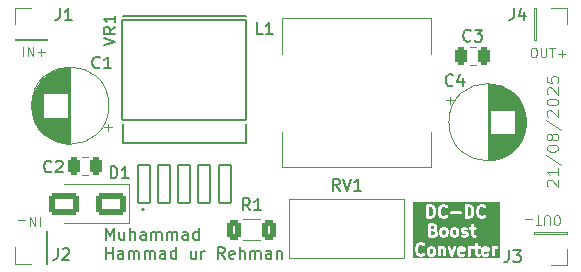
<source format=gto>
G04 #@! TF.GenerationSoftware,KiCad,Pcbnew,9.0.1*
G04 #@! TF.CreationDate,2025-08-22T15:47:16+05:00*
G04 #@! TF.ProjectId,dc_boost_converter,64635f62-6f6f-4737-945f-636f6e766572,rev?*
G04 #@! TF.SameCoordinates,Original*
G04 #@! TF.FileFunction,Legend,Top*
G04 #@! TF.FilePolarity,Positive*
%FSLAX46Y46*%
G04 Gerber Fmt 4.6, Leading zero omitted, Abs format (unit mm)*
G04 Created by KiCad (PCBNEW 9.0.1) date 2025-08-22 15:47:16*
%MOMM*%
%LPD*%
G01*
G04 APERTURE LIST*
G04 Aperture macros list*
%AMRoundRect*
0 Rectangle with rounded corners*
0 $1 Rounding radius*
0 $2 $3 $4 $5 $6 $7 $8 $9 X,Y pos of 4 corners*
0 Add a 4 corners polygon primitive as box body*
4,1,4,$2,$3,$4,$5,$6,$7,$8,$9,$2,$3,0*
0 Add four circle primitives for the rounded corners*
1,1,$1+$1,$2,$3*
1,1,$1+$1,$4,$5*
1,1,$1+$1,$6,$7*
1,1,$1+$1,$8,$9*
0 Add four rect primitives between the rounded corners*
20,1,$1+$1,$2,$3,$4,$5,0*
20,1,$1+$1,$4,$5,$6,$7,0*
20,1,$1+$1,$6,$7,$8,$9,0*
20,1,$1+$1,$8,$9,$2,$3,0*%
G04 Aperture macros list end*
%ADD10C,0.100000*%
%ADD11C,0.090000*%
%ADD12C,0.250000*%
%ADD13C,0.170000*%
%ADD14C,0.150000*%
%ADD15C,0.120000*%
%ADD16C,0.127000*%
%ADD17C,0.200000*%
%ADD18R,1.700000X1.700000*%
%ADD19R,2.900000X5.400000*%
%ADD20RoundRect,0.102000X0.525000X-1.605000X0.525000X1.605000X-0.525000X1.605000X-0.525000X-1.605000X0*%
%ADD21RoundRect,0.102000X5.265000X-4.230000X5.265000X4.230000X-5.265000X4.230000X-5.265000X-4.230000X0*%
%ADD22RoundRect,0.250000X0.312500X0.625000X-0.312500X0.625000X-0.312500X-0.625000X0.312500X-0.625000X0*%
%ADD23C,1.440000*%
%ADD24RoundRect,0.250000X-0.250000X-0.475000X0.250000X-0.475000X0.250000X0.475000X-0.250000X0.475000X0*%
%ADD25RoundRect,0.250000X0.250000X0.475000X-0.250000X0.475000X-0.250000X-0.475000X0.250000X-0.475000X0*%
%ADD26RoundRect,0.250000X1.000000X0.650000X-1.000000X0.650000X-1.000000X-0.650000X1.000000X-0.650000X0*%
%ADD27R,1.600000X1.600000*%
%ADD28C,1.600000*%
G04 APERTURE END LIST*
D10*
X180867657Y-88943734D02*
X180820038Y-88896115D01*
X180820038Y-88896115D02*
X180772419Y-88800877D01*
X180772419Y-88800877D02*
X180772419Y-88562782D01*
X180772419Y-88562782D02*
X180820038Y-88467544D01*
X180820038Y-88467544D02*
X180867657Y-88419925D01*
X180867657Y-88419925D02*
X180962895Y-88372306D01*
X180962895Y-88372306D02*
X181058133Y-88372306D01*
X181058133Y-88372306D02*
X181200990Y-88419925D01*
X181200990Y-88419925D02*
X181772419Y-88991353D01*
X181772419Y-88991353D02*
X181772419Y-88372306D01*
X181772419Y-87419925D02*
X181772419Y-87991353D01*
X181772419Y-87705639D02*
X180772419Y-87705639D01*
X180772419Y-87705639D02*
X180915276Y-87800877D01*
X180915276Y-87800877D02*
X181010514Y-87896115D01*
X181010514Y-87896115D02*
X181058133Y-87991353D01*
X180724800Y-86277068D02*
X182010514Y-87134210D01*
X180772419Y-85753258D02*
X180772419Y-85658020D01*
X180772419Y-85658020D02*
X180820038Y-85562782D01*
X180820038Y-85562782D02*
X180867657Y-85515163D01*
X180867657Y-85515163D02*
X180962895Y-85467544D01*
X180962895Y-85467544D02*
X181153371Y-85419925D01*
X181153371Y-85419925D02*
X181391466Y-85419925D01*
X181391466Y-85419925D02*
X181581942Y-85467544D01*
X181581942Y-85467544D02*
X181677180Y-85515163D01*
X181677180Y-85515163D02*
X181724800Y-85562782D01*
X181724800Y-85562782D02*
X181772419Y-85658020D01*
X181772419Y-85658020D02*
X181772419Y-85753258D01*
X181772419Y-85753258D02*
X181724800Y-85848496D01*
X181724800Y-85848496D02*
X181677180Y-85896115D01*
X181677180Y-85896115D02*
X181581942Y-85943734D01*
X181581942Y-85943734D02*
X181391466Y-85991353D01*
X181391466Y-85991353D02*
X181153371Y-85991353D01*
X181153371Y-85991353D02*
X180962895Y-85943734D01*
X180962895Y-85943734D02*
X180867657Y-85896115D01*
X180867657Y-85896115D02*
X180820038Y-85848496D01*
X180820038Y-85848496D02*
X180772419Y-85753258D01*
X181200990Y-84848496D02*
X181153371Y-84943734D01*
X181153371Y-84943734D02*
X181105752Y-84991353D01*
X181105752Y-84991353D02*
X181010514Y-85038972D01*
X181010514Y-85038972D02*
X180962895Y-85038972D01*
X180962895Y-85038972D02*
X180867657Y-84991353D01*
X180867657Y-84991353D02*
X180820038Y-84943734D01*
X180820038Y-84943734D02*
X180772419Y-84848496D01*
X180772419Y-84848496D02*
X180772419Y-84658020D01*
X180772419Y-84658020D02*
X180820038Y-84562782D01*
X180820038Y-84562782D02*
X180867657Y-84515163D01*
X180867657Y-84515163D02*
X180962895Y-84467544D01*
X180962895Y-84467544D02*
X181010514Y-84467544D01*
X181010514Y-84467544D02*
X181105752Y-84515163D01*
X181105752Y-84515163D02*
X181153371Y-84562782D01*
X181153371Y-84562782D02*
X181200990Y-84658020D01*
X181200990Y-84658020D02*
X181200990Y-84848496D01*
X181200990Y-84848496D02*
X181248609Y-84943734D01*
X181248609Y-84943734D02*
X181296228Y-84991353D01*
X181296228Y-84991353D02*
X181391466Y-85038972D01*
X181391466Y-85038972D02*
X181581942Y-85038972D01*
X181581942Y-85038972D02*
X181677180Y-84991353D01*
X181677180Y-84991353D02*
X181724800Y-84943734D01*
X181724800Y-84943734D02*
X181772419Y-84848496D01*
X181772419Y-84848496D02*
X181772419Y-84658020D01*
X181772419Y-84658020D02*
X181724800Y-84562782D01*
X181724800Y-84562782D02*
X181677180Y-84515163D01*
X181677180Y-84515163D02*
X181581942Y-84467544D01*
X181581942Y-84467544D02*
X181391466Y-84467544D01*
X181391466Y-84467544D02*
X181296228Y-84515163D01*
X181296228Y-84515163D02*
X181248609Y-84562782D01*
X181248609Y-84562782D02*
X181200990Y-84658020D01*
X180724800Y-83324687D02*
X182010514Y-84181829D01*
X180867657Y-83038972D02*
X180820038Y-82991353D01*
X180820038Y-82991353D02*
X180772419Y-82896115D01*
X180772419Y-82896115D02*
X180772419Y-82658020D01*
X180772419Y-82658020D02*
X180820038Y-82562782D01*
X180820038Y-82562782D02*
X180867657Y-82515163D01*
X180867657Y-82515163D02*
X180962895Y-82467544D01*
X180962895Y-82467544D02*
X181058133Y-82467544D01*
X181058133Y-82467544D02*
X181200990Y-82515163D01*
X181200990Y-82515163D02*
X181772419Y-83086591D01*
X181772419Y-83086591D02*
X181772419Y-82467544D01*
X180772419Y-81848496D02*
X180772419Y-81753258D01*
X180772419Y-81753258D02*
X180820038Y-81658020D01*
X180820038Y-81658020D02*
X180867657Y-81610401D01*
X180867657Y-81610401D02*
X180962895Y-81562782D01*
X180962895Y-81562782D02*
X181153371Y-81515163D01*
X181153371Y-81515163D02*
X181391466Y-81515163D01*
X181391466Y-81515163D02*
X181581942Y-81562782D01*
X181581942Y-81562782D02*
X181677180Y-81610401D01*
X181677180Y-81610401D02*
X181724800Y-81658020D01*
X181724800Y-81658020D02*
X181772419Y-81753258D01*
X181772419Y-81753258D02*
X181772419Y-81848496D01*
X181772419Y-81848496D02*
X181724800Y-81943734D01*
X181724800Y-81943734D02*
X181677180Y-81991353D01*
X181677180Y-81991353D02*
X181581942Y-82038972D01*
X181581942Y-82038972D02*
X181391466Y-82086591D01*
X181391466Y-82086591D02*
X181153371Y-82086591D01*
X181153371Y-82086591D02*
X180962895Y-82038972D01*
X180962895Y-82038972D02*
X180867657Y-81991353D01*
X180867657Y-81991353D02*
X180820038Y-81943734D01*
X180820038Y-81943734D02*
X180772419Y-81848496D01*
X180867657Y-81134210D02*
X180820038Y-81086591D01*
X180820038Y-81086591D02*
X180772419Y-80991353D01*
X180772419Y-80991353D02*
X180772419Y-80753258D01*
X180772419Y-80753258D02*
X180820038Y-80658020D01*
X180820038Y-80658020D02*
X180867657Y-80610401D01*
X180867657Y-80610401D02*
X180962895Y-80562782D01*
X180962895Y-80562782D02*
X181058133Y-80562782D01*
X181058133Y-80562782D02*
X181200990Y-80610401D01*
X181200990Y-80610401D02*
X181772419Y-81181829D01*
X181772419Y-81181829D02*
X181772419Y-80562782D01*
X180772419Y-79658020D02*
X180772419Y-80134210D01*
X180772419Y-80134210D02*
X181248609Y-80181829D01*
X181248609Y-80181829D02*
X181200990Y-80134210D01*
X181200990Y-80134210D02*
X181153371Y-80038972D01*
X181153371Y-80038972D02*
X181153371Y-79800877D01*
X181153371Y-79800877D02*
X181200990Y-79705639D01*
X181200990Y-79705639D02*
X181248609Y-79658020D01*
X181248609Y-79658020D02*
X181343847Y-79610401D01*
X181343847Y-79610401D02*
X181581942Y-79610401D01*
X181581942Y-79610401D02*
X181677180Y-79658020D01*
X181677180Y-79658020D02*
X181724800Y-79705639D01*
X181724800Y-79705639D02*
X181772419Y-79800877D01*
X181772419Y-79800877D02*
X181772419Y-80038972D01*
X181772419Y-80038972D02*
X181724800Y-80134210D01*
X181724800Y-80134210D02*
X181677180Y-80181829D01*
D11*
X137850313Y-91490539D02*
X137850313Y-92290539D01*
X137469361Y-91490539D02*
X137469361Y-92290539D01*
X137469361Y-92290539D02*
X137012218Y-91490539D01*
X137012218Y-91490539D02*
X137012218Y-92290539D01*
X136631266Y-91795301D02*
X136021743Y-91795301D01*
D12*
G36*
X171097382Y-94248302D02*
G01*
X171116314Y-94267235D01*
X171141665Y-94317936D01*
X171141665Y-94544633D01*
X171116313Y-94595336D01*
X171097382Y-94614268D01*
X171046681Y-94639619D01*
X170962841Y-94639619D01*
X170912139Y-94614268D01*
X170893207Y-94595336D01*
X170867856Y-94544634D01*
X170867856Y-94317936D01*
X170893206Y-94267234D01*
X170912139Y-94248302D01*
X170962841Y-94222952D01*
X171046681Y-94222952D01*
X171097382Y-94248302D01*
G37*
G36*
X173646812Y-94237303D02*
G01*
X173439285Y-94278809D01*
X173439285Y-94270317D01*
X173455073Y-94238740D01*
X173486651Y-94222952D01*
X173618110Y-94222952D01*
X173646812Y-94237303D01*
G37*
G36*
X175694432Y-94237303D02*
G01*
X175486905Y-94278809D01*
X175486905Y-94270317D01*
X175502693Y-94238740D01*
X175534271Y-94222952D01*
X175665730Y-94222952D01*
X175694432Y-94237303D01*
G37*
G36*
X171270571Y-92787737D02*
G01*
X171282981Y-92800148D01*
X171308332Y-92850849D01*
X171308332Y-92934689D01*
X171282980Y-92985392D01*
X171264049Y-93004324D01*
X171213348Y-93029675D01*
X170986904Y-93029675D01*
X170986904Y-92755865D01*
X171174954Y-92755865D01*
X171270571Y-92787737D01*
G37*
G36*
X171216430Y-92305025D02*
G01*
X171235362Y-92323958D01*
X171260713Y-92374659D01*
X171260713Y-92410880D01*
X171235362Y-92461581D01*
X171216430Y-92480514D01*
X171165729Y-92505865D01*
X170986904Y-92505865D01*
X170986904Y-92279675D01*
X171165729Y-92279675D01*
X171216430Y-92305025D01*
G37*
G36*
X172168811Y-92638358D02*
G01*
X172187743Y-92657291D01*
X172213094Y-92707992D01*
X172213094Y-92934689D01*
X172187742Y-92985392D01*
X172168811Y-93004324D01*
X172118110Y-93029675D01*
X172034270Y-93029675D01*
X171983568Y-93004324D01*
X171964636Y-92985392D01*
X171939285Y-92934690D01*
X171939285Y-92707992D01*
X171964635Y-92657290D01*
X171983568Y-92638358D01*
X172034270Y-92613008D01*
X172118110Y-92613008D01*
X172168811Y-92638358D01*
G37*
G36*
X173073573Y-92638358D02*
G01*
X173092505Y-92657291D01*
X173117856Y-92707992D01*
X173117856Y-92934689D01*
X173092504Y-92985392D01*
X173073573Y-93004324D01*
X173022872Y-93029675D01*
X172939032Y-93029675D01*
X172888330Y-93004324D01*
X172869398Y-92985392D01*
X172844047Y-92934690D01*
X172844047Y-92707992D01*
X172869397Y-92657290D01*
X172888330Y-92638358D01*
X172939032Y-92613008D01*
X173022872Y-92613008D01*
X173073573Y-92638358D01*
G37*
G36*
X171032477Y-90701603D02*
G01*
X171092505Y-90761631D01*
X171124916Y-90826454D01*
X171165476Y-90988691D01*
X171165476Y-91100770D01*
X171124916Y-91263006D01*
X171092506Y-91327827D01*
X171032476Y-91387858D01*
X170936860Y-91419731D01*
X170844048Y-91419731D01*
X170844048Y-90669731D01*
X170936860Y-90669731D01*
X171032477Y-90701603D01*
G37*
G36*
X174270572Y-90701603D02*
G01*
X174330600Y-90761631D01*
X174363011Y-90826454D01*
X174403571Y-90988691D01*
X174403571Y-91100770D01*
X174363011Y-91263006D01*
X174330601Y-91327827D01*
X174270571Y-91387858D01*
X174174955Y-91419731D01*
X174082143Y-91419731D01*
X174082143Y-90669731D01*
X174174955Y-90669731D01*
X174270572Y-90701603D01*
G37*
G36*
X176799979Y-95014619D02*
G01*
X169492856Y-95014619D01*
X169492856Y-94193190D01*
X169617856Y-94193190D01*
X169617856Y-94336047D01*
X169618275Y-94340301D01*
X169618004Y-94342123D01*
X169619353Y-94351251D01*
X169620258Y-94360433D01*
X169620962Y-94362134D01*
X169621588Y-94366364D01*
X169669207Y-94556840D01*
X169669850Y-94558639D01*
X169669914Y-94559539D01*
X169673796Y-94569685D01*
X169677452Y-94579915D01*
X169677988Y-94580639D01*
X169678672Y-94582425D01*
X169726290Y-94677662D01*
X169732896Y-94688156D01*
X169734160Y-94691207D01*
X169736980Y-94694643D01*
X169739345Y-94698400D01*
X169741836Y-94700560D01*
X169749705Y-94710149D01*
X169844943Y-94805388D01*
X169863885Y-94820933D01*
X169868036Y-94822652D01*
X169871429Y-94825595D01*
X169893804Y-94835585D01*
X170036660Y-94883204D01*
X170048753Y-94885953D01*
X170051803Y-94887217D01*
X170056224Y-94887652D01*
X170060554Y-94888637D01*
X170063845Y-94888403D01*
X170076189Y-94889619D01*
X170171427Y-94889619D01*
X170183770Y-94888403D01*
X170187061Y-94888637D01*
X170191390Y-94887652D01*
X170195813Y-94887217D01*
X170198864Y-94885953D01*
X170210955Y-94883204D01*
X170353812Y-94835586D01*
X170376187Y-94825595D01*
X170379579Y-94822652D01*
X170383731Y-94820933D01*
X170402673Y-94805387D01*
X170450292Y-94757768D01*
X170465837Y-94738825D01*
X170484501Y-94693766D01*
X170484501Y-94644992D01*
X170465836Y-94599933D01*
X170431348Y-94565446D01*
X170386288Y-94546782D01*
X170337515Y-94546782D01*
X170292455Y-94565447D01*
X170273514Y-94580993D01*
X170246761Y-94607746D01*
X170151144Y-94639619D01*
X170096475Y-94639619D01*
X170000856Y-94607746D01*
X169940825Y-94547715D01*
X169908415Y-94482896D01*
X169867856Y-94320658D01*
X169867856Y-94288428D01*
X170617856Y-94288428D01*
X170617856Y-94574142D01*
X170620258Y-94598528D01*
X170621976Y-94602676D01*
X170622295Y-94607158D01*
X170631053Y-94630044D01*
X170678671Y-94725281D01*
X170685278Y-94735777D01*
X170686541Y-94738825D01*
X170689358Y-94742258D01*
X170691726Y-94746019D01*
X170694220Y-94748182D01*
X170702086Y-94757767D01*
X170749705Y-94805387D01*
X170759293Y-94813256D01*
X170761455Y-94815749D01*
X170765209Y-94818112D01*
X170768646Y-94820933D01*
X170771699Y-94822197D01*
X170782192Y-94828803D01*
X170877430Y-94876422D01*
X170900316Y-94885180D01*
X170904796Y-94885498D01*
X170908946Y-94887217D01*
X170933332Y-94889619D01*
X171076189Y-94889619D01*
X171100575Y-94887217D01*
X171104723Y-94885498D01*
X171109205Y-94885180D01*
X171132091Y-94876422D01*
X171227328Y-94828804D01*
X171237824Y-94822196D01*
X171240874Y-94820933D01*
X171244307Y-94818114D01*
X171248066Y-94815749D01*
X171250228Y-94813255D01*
X171259816Y-94805387D01*
X171307435Y-94757768D01*
X171315302Y-94748180D01*
X171317795Y-94746019D01*
X171320161Y-94742259D01*
X171322980Y-94738825D01*
X171324242Y-94735776D01*
X171330849Y-94725282D01*
X171378468Y-94630044D01*
X171387226Y-94607158D01*
X171387544Y-94602677D01*
X171389263Y-94598528D01*
X171391665Y-94574142D01*
X171391665Y-94288428D01*
X171389263Y-94264042D01*
X171387544Y-94259892D01*
X171387226Y-94255412D01*
X171378468Y-94232526D01*
X171330849Y-94137288D01*
X171324242Y-94126793D01*
X171322979Y-94123743D01*
X171320160Y-94120308D01*
X171317795Y-94116551D01*
X171315303Y-94114389D01*
X171307434Y-94104801D01*
X171300585Y-94097952D01*
X171570237Y-94097952D01*
X171570237Y-94764619D01*
X171572639Y-94789005D01*
X171591303Y-94834065D01*
X171625791Y-94868553D01*
X171670851Y-94887217D01*
X171719623Y-94887217D01*
X171764683Y-94868553D01*
X171799171Y-94834065D01*
X171817835Y-94789005D01*
X171820237Y-94764619D01*
X171820237Y-94246634D01*
X171867603Y-94222952D01*
X171951443Y-94222952D01*
X171983019Y-94238740D01*
X171998808Y-94270317D01*
X171998808Y-94764619D01*
X172001210Y-94789005D01*
X172019874Y-94834065D01*
X172054362Y-94868553D01*
X172099422Y-94887217D01*
X172148194Y-94887217D01*
X172193254Y-94868553D01*
X172227742Y-94834065D01*
X172246406Y-94789005D01*
X172248808Y-94764619D01*
X172248808Y-94240809D01*
X172246406Y-94216423D01*
X172244687Y-94212273D01*
X172244369Y-94207793D01*
X172235611Y-94184907D01*
X172201268Y-94116221D01*
X172381103Y-94116221D01*
X172387043Y-94139994D01*
X172625138Y-94806661D01*
X172635602Y-94828818D01*
X172639812Y-94833469D01*
X172642499Y-94839141D01*
X172656058Y-94851416D01*
X172668334Y-94864976D01*
X172674006Y-94867662D01*
X172678657Y-94871873D01*
X172695881Y-94878024D01*
X172712412Y-94885855D01*
X172718677Y-94886166D01*
X172724587Y-94888277D01*
X172742862Y-94887368D01*
X172761125Y-94888276D01*
X172767031Y-94886166D01*
X172773299Y-94885855D01*
X172789831Y-94878024D01*
X172807055Y-94871873D01*
X172811706Y-94867662D01*
X172817378Y-94864976D01*
X172829653Y-94851416D01*
X172843213Y-94839141D01*
X172845899Y-94833469D01*
X172850110Y-94828818D01*
X172860574Y-94806661D01*
X173062664Y-94240809D01*
X173189285Y-94240809D01*
X173189285Y-94621761D01*
X173191687Y-94646147D01*
X173193405Y-94650296D01*
X173193724Y-94654776D01*
X173202481Y-94677662D01*
X173250100Y-94772901D01*
X173252667Y-94776979D01*
X173253309Y-94778904D01*
X173255387Y-94781300D01*
X173263154Y-94793638D01*
X173274996Y-94803909D01*
X173285265Y-94815749D01*
X173297598Y-94823513D01*
X173299999Y-94825595D01*
X173301926Y-94826237D01*
X173306002Y-94828803D01*
X173401240Y-94876422D01*
X173424126Y-94885180D01*
X173428606Y-94885498D01*
X173432756Y-94887217D01*
X173457142Y-94889619D01*
X173647618Y-94889619D01*
X173672004Y-94887217D01*
X173676152Y-94885498D01*
X173680634Y-94885180D01*
X173703520Y-94876422D01*
X173798757Y-94828804D01*
X173819495Y-94815749D01*
X173851451Y-94778904D01*
X173866874Y-94732634D01*
X173863416Y-94683984D01*
X173841605Y-94640361D01*
X173804760Y-94608405D01*
X173758489Y-94592982D01*
X173709840Y-94596439D01*
X173686954Y-94605197D01*
X173618110Y-94639619D01*
X173486651Y-94639619D01*
X173455074Y-94623830D01*
X173439285Y-94592252D01*
X173439285Y-94533760D01*
X173814989Y-94458620D01*
X173838430Y-94451482D01*
X173848604Y-94444668D01*
X173859921Y-94439981D01*
X173868673Y-94431228D01*
X173878955Y-94424343D01*
X173885747Y-94414154D01*
X173894409Y-94405493D01*
X173899145Y-94394057D01*
X173906010Y-94383761D01*
X173908386Y-94371748D01*
X173913073Y-94360433D01*
X173915475Y-94336047D01*
X173915475Y-94240809D01*
X173913073Y-94216423D01*
X173911354Y-94212273D01*
X173911036Y-94207793D01*
X173902278Y-94184907D01*
X173858800Y-94097952D01*
X174094047Y-94097952D01*
X174094047Y-94764619D01*
X174096449Y-94789005D01*
X174115113Y-94834065D01*
X174149601Y-94868553D01*
X174194661Y-94887217D01*
X174243433Y-94887217D01*
X174288493Y-94868553D01*
X174322981Y-94834065D01*
X174341645Y-94789005D01*
X174344047Y-94764619D01*
X174344047Y-94317936D01*
X174369397Y-94267234D01*
X174388330Y-94248302D01*
X174439032Y-94222952D01*
X174504761Y-94222952D01*
X174529147Y-94220550D01*
X174574207Y-94201886D01*
X174599999Y-94176093D01*
X174625792Y-94201886D01*
X174670852Y-94220550D01*
X174695238Y-94222952D01*
X174713095Y-94222952D01*
X174713095Y-94621761D01*
X174715497Y-94646147D01*
X174717215Y-94650296D01*
X174717534Y-94654776D01*
X174726291Y-94677662D01*
X174773910Y-94772901D01*
X174776477Y-94776979D01*
X174777119Y-94778904D01*
X174779197Y-94781300D01*
X174786964Y-94793638D01*
X174798806Y-94803909D01*
X174809075Y-94815749D01*
X174821408Y-94823513D01*
X174823809Y-94825595D01*
X174825736Y-94826237D01*
X174829812Y-94828803D01*
X174925050Y-94876422D01*
X174947936Y-94885180D01*
X174952416Y-94885498D01*
X174956566Y-94887217D01*
X174980952Y-94889619D01*
X175076190Y-94889619D01*
X175100576Y-94887217D01*
X175145636Y-94868553D01*
X175180124Y-94834065D01*
X175198788Y-94789005D01*
X175198788Y-94740233D01*
X175180124Y-94695173D01*
X175145636Y-94660685D01*
X175100576Y-94642021D01*
X175076190Y-94639619D01*
X175010461Y-94639619D01*
X174978884Y-94623830D01*
X174963095Y-94592252D01*
X174963095Y-94240809D01*
X175236905Y-94240809D01*
X175236905Y-94621761D01*
X175239307Y-94646147D01*
X175241025Y-94650296D01*
X175241344Y-94654776D01*
X175250101Y-94677662D01*
X175297720Y-94772901D01*
X175300287Y-94776979D01*
X175300929Y-94778904D01*
X175303007Y-94781300D01*
X175310774Y-94793638D01*
X175322616Y-94803909D01*
X175332885Y-94815749D01*
X175345218Y-94823513D01*
X175347619Y-94825595D01*
X175349546Y-94826237D01*
X175353622Y-94828803D01*
X175448860Y-94876422D01*
X175471746Y-94885180D01*
X175476226Y-94885498D01*
X175480376Y-94887217D01*
X175504762Y-94889619D01*
X175695238Y-94889619D01*
X175719624Y-94887217D01*
X175723772Y-94885498D01*
X175728254Y-94885180D01*
X175751140Y-94876422D01*
X175846377Y-94828804D01*
X175867115Y-94815749D01*
X175899071Y-94778904D01*
X175914494Y-94732634D01*
X175911036Y-94683984D01*
X175889225Y-94640361D01*
X175852380Y-94608405D01*
X175806109Y-94592982D01*
X175757460Y-94596439D01*
X175734574Y-94605197D01*
X175665730Y-94639619D01*
X175534271Y-94639619D01*
X175502694Y-94623830D01*
X175486905Y-94592252D01*
X175486905Y-94533760D01*
X175862609Y-94458620D01*
X175886050Y-94451482D01*
X175896224Y-94444668D01*
X175907541Y-94439981D01*
X175916293Y-94431228D01*
X175926575Y-94424343D01*
X175933367Y-94414154D01*
X175942029Y-94405493D01*
X175946765Y-94394057D01*
X175953630Y-94383761D01*
X175956006Y-94371748D01*
X175960693Y-94360433D01*
X175963095Y-94336047D01*
X175963095Y-94240809D01*
X175960693Y-94216423D01*
X175958974Y-94212273D01*
X175958656Y-94207793D01*
X175949898Y-94184907D01*
X175906420Y-94097952D01*
X176141667Y-94097952D01*
X176141667Y-94764619D01*
X176144069Y-94789005D01*
X176162733Y-94834065D01*
X176197221Y-94868553D01*
X176242281Y-94887217D01*
X176291053Y-94887217D01*
X176336113Y-94868553D01*
X176370601Y-94834065D01*
X176389265Y-94789005D01*
X176391667Y-94764619D01*
X176391667Y-94317936D01*
X176417017Y-94267234D01*
X176435950Y-94248302D01*
X176486652Y-94222952D01*
X176552381Y-94222952D01*
X176576767Y-94220550D01*
X176621827Y-94201886D01*
X176656315Y-94167398D01*
X176674979Y-94122338D01*
X176674979Y-94073566D01*
X176656315Y-94028506D01*
X176621827Y-93994018D01*
X176576767Y-93975354D01*
X176552381Y-93972952D01*
X176457143Y-93972952D01*
X176432757Y-93975354D01*
X176428607Y-93977072D01*
X176424127Y-93977391D01*
X176401241Y-93986149D01*
X176352576Y-94010481D01*
X176336113Y-93994018D01*
X176291053Y-93975354D01*
X176242281Y-93975354D01*
X176197221Y-93994018D01*
X176162733Y-94028506D01*
X176144069Y-94073566D01*
X176141667Y-94097952D01*
X175906420Y-94097952D01*
X175902279Y-94089669D01*
X175899712Y-94085592D01*
X175899071Y-94083667D01*
X175896991Y-94081268D01*
X175889225Y-94068932D01*
X175877384Y-94058662D01*
X175867115Y-94046822D01*
X175854777Y-94039055D01*
X175852380Y-94036976D01*
X175850455Y-94036334D01*
X175846377Y-94033767D01*
X175751140Y-93986149D01*
X175728254Y-93977391D01*
X175723772Y-93977072D01*
X175719624Y-93975354D01*
X175695238Y-93972952D01*
X175504762Y-93972952D01*
X175480376Y-93975354D01*
X175476226Y-93977072D01*
X175471746Y-93977391D01*
X175448860Y-93986149D01*
X175353622Y-94033768D01*
X175349545Y-94036334D01*
X175347620Y-94036976D01*
X175345221Y-94039055D01*
X175332885Y-94046822D01*
X175322615Y-94058662D01*
X175310775Y-94068932D01*
X175303008Y-94081269D01*
X175300929Y-94083667D01*
X175300287Y-94085591D01*
X175297720Y-94089670D01*
X175250102Y-94184907D01*
X175241344Y-94207793D01*
X175241025Y-94212274D01*
X175239307Y-94216423D01*
X175236905Y-94240809D01*
X174963095Y-94240809D01*
X174963095Y-94222952D01*
X175076190Y-94222952D01*
X175100576Y-94220550D01*
X175145636Y-94201886D01*
X175180124Y-94167398D01*
X175198788Y-94122338D01*
X175198788Y-94073566D01*
X175180124Y-94028506D01*
X175145636Y-93994018D01*
X175100576Y-93975354D01*
X175076190Y-93972952D01*
X174963095Y-93972952D01*
X174963095Y-93764619D01*
X174960693Y-93740233D01*
X174942029Y-93695173D01*
X174907541Y-93660685D01*
X174862481Y-93642021D01*
X174813709Y-93642021D01*
X174768649Y-93660685D01*
X174734161Y-93695173D01*
X174715497Y-93740233D01*
X174713095Y-93764619D01*
X174713095Y-93972952D01*
X174695238Y-93972952D01*
X174670852Y-93975354D01*
X174625792Y-93994018D01*
X174599999Y-94019810D01*
X174574207Y-93994018D01*
X174529147Y-93975354D01*
X174504761Y-93972952D01*
X174409523Y-93972952D01*
X174385137Y-93975354D01*
X174380987Y-93977072D01*
X174376507Y-93977391D01*
X174353621Y-93986149D01*
X174304956Y-94010481D01*
X174288493Y-93994018D01*
X174243433Y-93975354D01*
X174194661Y-93975354D01*
X174149601Y-93994018D01*
X174115113Y-94028506D01*
X174096449Y-94073566D01*
X174094047Y-94097952D01*
X173858800Y-94097952D01*
X173854659Y-94089669D01*
X173852092Y-94085592D01*
X173851451Y-94083667D01*
X173849371Y-94081268D01*
X173841605Y-94068932D01*
X173829764Y-94058662D01*
X173819495Y-94046822D01*
X173807157Y-94039055D01*
X173804760Y-94036976D01*
X173802835Y-94036334D01*
X173798757Y-94033767D01*
X173703520Y-93986149D01*
X173680634Y-93977391D01*
X173676152Y-93977072D01*
X173672004Y-93975354D01*
X173647618Y-93972952D01*
X173457142Y-93972952D01*
X173432756Y-93975354D01*
X173428606Y-93977072D01*
X173424126Y-93977391D01*
X173401240Y-93986149D01*
X173306002Y-94033768D01*
X173301925Y-94036334D01*
X173300000Y-94036976D01*
X173297601Y-94039055D01*
X173285265Y-94046822D01*
X173274995Y-94058662D01*
X173263155Y-94068932D01*
X173255388Y-94081269D01*
X173253309Y-94083667D01*
X173252667Y-94085591D01*
X173250100Y-94089670D01*
X173202482Y-94184907D01*
X173193724Y-94207793D01*
X173193405Y-94212274D01*
X173191687Y-94216423D01*
X173189285Y-94240809D01*
X173062664Y-94240809D01*
X173098669Y-94139994D01*
X173104608Y-94116221D01*
X173102187Y-94067509D01*
X173081308Y-94023430D01*
X173045150Y-93990698D01*
X172999220Y-93974295D01*
X172950507Y-93976716D01*
X172906429Y-93997595D01*
X172873697Y-94033753D01*
X172863233Y-94055910D01*
X172742856Y-94392966D01*
X172622479Y-94055910D01*
X172612015Y-94033753D01*
X172579283Y-93997595D01*
X172535204Y-93976716D01*
X172486492Y-93974294D01*
X172440562Y-93990698D01*
X172404404Y-94023430D01*
X172383525Y-94067509D01*
X172381103Y-94116221D01*
X172201268Y-94116221D01*
X172187992Y-94089669D01*
X172185425Y-94085592D01*
X172184784Y-94083667D01*
X172182704Y-94081268D01*
X172174938Y-94068932D01*
X172163097Y-94058662D01*
X172152828Y-94046822D01*
X172140490Y-94039055D01*
X172138093Y-94036976D01*
X172136168Y-94036334D01*
X172132090Y-94033767D01*
X172036853Y-93986149D01*
X172013967Y-93977391D01*
X172009485Y-93977072D01*
X172005337Y-93975354D01*
X171980951Y-93972952D01*
X171838094Y-93972952D01*
X171813708Y-93975354D01*
X171809558Y-93977072D01*
X171805078Y-93977391D01*
X171782192Y-93986149D01*
X171765273Y-93994608D01*
X171764683Y-93994018D01*
X171719623Y-93975354D01*
X171670851Y-93975354D01*
X171625791Y-93994018D01*
X171591303Y-94028506D01*
X171572639Y-94073566D01*
X171570237Y-94097952D01*
X171300585Y-94097952D01*
X171259815Y-94057183D01*
X171250229Y-94049316D01*
X171248066Y-94046822D01*
X171244304Y-94044453D01*
X171240873Y-94041638D01*
X171237826Y-94040376D01*
X171227328Y-94033767D01*
X171132091Y-93986149D01*
X171109205Y-93977391D01*
X171104723Y-93977072D01*
X171100575Y-93975354D01*
X171076189Y-93972952D01*
X170933332Y-93972952D01*
X170908946Y-93975354D01*
X170904796Y-93977072D01*
X170900316Y-93977391D01*
X170877430Y-93986149D01*
X170782192Y-94033768D01*
X170771697Y-94040374D01*
X170768647Y-94041638D01*
X170765212Y-94044456D01*
X170761455Y-94046822D01*
X170759293Y-94049313D01*
X170749705Y-94057183D01*
X170702087Y-94104802D01*
X170694220Y-94114387D01*
X170691726Y-94116551D01*
X170689357Y-94120312D01*
X170686542Y-94123744D01*
X170685280Y-94126790D01*
X170678671Y-94137289D01*
X170631053Y-94232526D01*
X170622295Y-94255412D01*
X170621976Y-94259893D01*
X170620258Y-94264042D01*
X170617856Y-94288428D01*
X169867856Y-94288428D01*
X169867856Y-94208579D01*
X169908415Y-94046341D01*
X169940826Y-93981520D01*
X170000854Y-93921491D01*
X170096475Y-93889619D01*
X170151144Y-93889619D01*
X170246761Y-93921491D01*
X170273514Y-93948245D01*
X170292456Y-93963790D01*
X170337516Y-93982455D01*
X170386289Y-93982455D01*
X170431349Y-93963790D01*
X170465836Y-93929303D01*
X170484501Y-93884243D01*
X170484501Y-93835470D01*
X170465836Y-93790410D01*
X170450291Y-93771468D01*
X170402672Y-93723850D01*
X170383730Y-93708305D01*
X170379580Y-93706586D01*
X170376187Y-93703643D01*
X170353812Y-93693652D01*
X170210955Y-93646034D01*
X170198864Y-93643284D01*
X170195813Y-93642021D01*
X170191390Y-93641585D01*
X170187061Y-93640601D01*
X170183770Y-93640834D01*
X170171427Y-93639619D01*
X170076189Y-93639619D01*
X170063845Y-93640834D01*
X170060554Y-93640601D01*
X170056224Y-93641585D01*
X170051803Y-93642021D01*
X170048753Y-93643284D01*
X170036660Y-93646034D01*
X169893804Y-93693653D01*
X169871429Y-93703643D01*
X169868035Y-93706586D01*
X169863886Y-93708305D01*
X169844944Y-93723850D01*
X169749706Y-93819088D01*
X169741839Y-93828673D01*
X169739345Y-93830837D01*
X169736976Y-93834598D01*
X169734161Y-93838030D01*
X169732899Y-93841076D01*
X169726290Y-93851575D01*
X169678672Y-93946812D01*
X169677988Y-93948597D01*
X169677452Y-93949322D01*
X169673796Y-93959551D01*
X169669914Y-93969698D01*
X169669850Y-93970597D01*
X169669207Y-93972397D01*
X169621588Y-94162873D01*
X169620962Y-94167102D01*
X169620258Y-94168804D01*
X169619353Y-94177985D01*
X169618004Y-94187114D01*
X169618275Y-94188935D01*
X169617856Y-94193190D01*
X169492856Y-94193190D01*
X169492856Y-92154675D01*
X170736904Y-92154675D01*
X170736904Y-93154675D01*
X170739306Y-93179061D01*
X170757970Y-93224121D01*
X170792458Y-93258609D01*
X170837518Y-93277273D01*
X170861904Y-93279675D01*
X171242856Y-93279675D01*
X171267242Y-93277273D01*
X171271390Y-93275554D01*
X171275872Y-93275236D01*
X171298758Y-93266478D01*
X171393995Y-93218860D01*
X171404491Y-93212252D01*
X171407541Y-93210989D01*
X171410974Y-93208170D01*
X171414733Y-93205805D01*
X171416895Y-93203311D01*
X171426483Y-93195443D01*
X171474102Y-93147824D01*
X171481969Y-93138236D01*
X171484462Y-93136075D01*
X171486828Y-93132315D01*
X171489647Y-93128881D01*
X171490909Y-93125832D01*
X171497516Y-93115338D01*
X171545135Y-93020100D01*
X171553893Y-92997214D01*
X171554211Y-92992733D01*
X171555930Y-92988584D01*
X171558332Y-92964198D01*
X171558332Y-92821341D01*
X171555930Y-92796955D01*
X171554211Y-92792805D01*
X171553893Y-92788325D01*
X171545135Y-92765439D01*
X171501657Y-92678484D01*
X171689285Y-92678484D01*
X171689285Y-92964198D01*
X171691687Y-92988584D01*
X171693405Y-92992732D01*
X171693724Y-92997214D01*
X171702482Y-93020100D01*
X171750100Y-93115337D01*
X171756707Y-93125833D01*
X171757970Y-93128881D01*
X171760787Y-93132314D01*
X171763155Y-93136075D01*
X171765649Y-93138238D01*
X171773515Y-93147823D01*
X171821134Y-93195443D01*
X171830722Y-93203312D01*
X171832884Y-93205805D01*
X171836638Y-93208168D01*
X171840075Y-93210989D01*
X171843128Y-93212253D01*
X171853621Y-93218859D01*
X171948859Y-93266478D01*
X171971745Y-93275236D01*
X171976225Y-93275554D01*
X171980375Y-93277273D01*
X172004761Y-93279675D01*
X172147618Y-93279675D01*
X172172004Y-93277273D01*
X172176152Y-93275554D01*
X172180634Y-93275236D01*
X172203520Y-93266478D01*
X172298757Y-93218860D01*
X172309253Y-93212252D01*
X172312303Y-93210989D01*
X172315736Y-93208170D01*
X172319495Y-93205805D01*
X172321657Y-93203311D01*
X172331245Y-93195443D01*
X172378864Y-93147824D01*
X172386731Y-93138236D01*
X172389224Y-93136075D01*
X172391590Y-93132315D01*
X172394409Y-93128881D01*
X172395671Y-93125832D01*
X172402278Y-93115338D01*
X172449897Y-93020100D01*
X172458655Y-92997214D01*
X172458973Y-92992733D01*
X172460692Y-92988584D01*
X172463094Y-92964198D01*
X172463094Y-92678484D01*
X172594047Y-92678484D01*
X172594047Y-92964198D01*
X172596449Y-92988584D01*
X172598167Y-92992732D01*
X172598486Y-92997214D01*
X172607244Y-93020100D01*
X172654862Y-93115337D01*
X172661469Y-93125833D01*
X172662732Y-93128881D01*
X172665549Y-93132314D01*
X172667917Y-93136075D01*
X172670411Y-93138238D01*
X172678277Y-93147823D01*
X172725896Y-93195443D01*
X172735484Y-93203312D01*
X172737646Y-93205805D01*
X172741400Y-93208168D01*
X172744837Y-93210989D01*
X172747890Y-93212253D01*
X172758383Y-93218859D01*
X172853621Y-93266478D01*
X172876507Y-93275236D01*
X172880987Y-93275554D01*
X172885137Y-93277273D01*
X172909523Y-93279675D01*
X173052380Y-93279675D01*
X173076766Y-93277273D01*
X173080914Y-93275554D01*
X173085396Y-93275236D01*
X173108282Y-93266478D01*
X173203519Y-93218860D01*
X173214015Y-93212252D01*
X173217065Y-93210989D01*
X173220498Y-93208170D01*
X173224257Y-93205805D01*
X173226419Y-93203311D01*
X173236007Y-93195443D01*
X173283626Y-93147824D01*
X173291493Y-93138236D01*
X173293986Y-93136075D01*
X173296352Y-93132315D01*
X173299171Y-93128881D01*
X173300433Y-93125832D01*
X173307040Y-93115338D01*
X173354659Y-93020100D01*
X173363417Y-92997214D01*
X173363735Y-92992733D01*
X173365454Y-92988584D01*
X173367856Y-92964198D01*
X173367856Y-92678484D01*
X173365454Y-92654098D01*
X173363735Y-92649948D01*
X173363417Y-92645468D01*
X173357829Y-92630865D01*
X173498809Y-92630865D01*
X173498809Y-92678484D01*
X173501211Y-92702870D01*
X173502929Y-92707018D01*
X173503248Y-92711500D01*
X173512006Y-92734386D01*
X173559624Y-92829623D01*
X173562191Y-92833701D01*
X173562833Y-92835626D01*
X173564912Y-92838023D01*
X173572679Y-92850361D01*
X173584519Y-92860630D01*
X173594789Y-92872471D01*
X173607125Y-92880237D01*
X173609524Y-92882317D01*
X173611449Y-92882958D01*
X173615526Y-92885525D01*
X173710764Y-92933144D01*
X173733650Y-92941902D01*
X173738130Y-92942220D01*
X173742280Y-92943939D01*
X173766666Y-92946341D01*
X173880015Y-92946341D01*
X173911591Y-92962129D01*
X173924530Y-92988007D01*
X173911590Y-93013887D01*
X173880015Y-93029675D01*
X173748556Y-93029675D01*
X173679711Y-92995253D01*
X173656825Y-92986495D01*
X173608175Y-92983037D01*
X173561905Y-92998461D01*
X173525060Y-93030417D01*
X173503248Y-93074040D01*
X173499790Y-93122690D01*
X173515214Y-93168960D01*
X173547170Y-93205805D01*
X173567907Y-93218859D01*
X173663145Y-93266478D01*
X173686031Y-93275236D01*
X173690511Y-93275554D01*
X173694661Y-93277273D01*
X173719047Y-93279675D01*
X173909523Y-93279675D01*
X173933909Y-93277273D01*
X173938057Y-93275554D01*
X173942539Y-93275236D01*
X173965425Y-93266478D01*
X174060662Y-93218860D01*
X174064739Y-93216293D01*
X174066666Y-93215651D01*
X174069065Y-93213569D01*
X174081400Y-93205805D01*
X174091666Y-93193967D01*
X174103511Y-93183695D01*
X174111278Y-93171355D01*
X174113356Y-93168960D01*
X174113997Y-93167036D01*
X174116565Y-93162957D01*
X174164184Y-93067718D01*
X174172941Y-93044833D01*
X174173259Y-93040352D01*
X174174978Y-93036203D01*
X174177380Y-93011817D01*
X174177380Y-92964198D01*
X174174978Y-92939812D01*
X174173259Y-92935662D01*
X174172941Y-92931182D01*
X174164183Y-92908296D01*
X174116564Y-92813058D01*
X174113997Y-92808981D01*
X174113356Y-92807056D01*
X174111276Y-92804657D01*
X174103510Y-92792321D01*
X174091669Y-92782051D01*
X174081400Y-92770211D01*
X174069062Y-92762444D01*
X174066665Y-92760365D01*
X174064740Y-92759723D01*
X174060662Y-92757156D01*
X173965425Y-92709538D01*
X173942539Y-92700780D01*
X173938057Y-92700461D01*
X173933909Y-92698743D01*
X173909523Y-92696341D01*
X173796175Y-92696341D01*
X173764597Y-92680552D01*
X173751658Y-92654674D01*
X173764597Y-92628796D01*
X173796175Y-92613008D01*
X173880015Y-92613008D01*
X173948859Y-92647430D01*
X173971745Y-92656188D01*
X174020394Y-92659645D01*
X174066665Y-92644222D01*
X174103510Y-92612266D01*
X174125321Y-92568643D01*
X174128779Y-92519993D01*
X174113356Y-92473723D01*
X174104595Y-92463622D01*
X174215497Y-92463622D01*
X174215497Y-92512394D01*
X174234161Y-92557454D01*
X174268649Y-92591942D01*
X174313709Y-92610606D01*
X174338095Y-92613008D01*
X174355952Y-92613008D01*
X174355952Y-93011817D01*
X174358354Y-93036203D01*
X174360072Y-93040352D01*
X174360391Y-93044832D01*
X174369148Y-93067718D01*
X174416767Y-93162957D01*
X174419334Y-93167035D01*
X174419976Y-93168960D01*
X174422054Y-93171356D01*
X174429821Y-93183694D01*
X174441663Y-93193965D01*
X174451932Y-93205805D01*
X174464265Y-93213569D01*
X174466666Y-93215651D01*
X174468593Y-93216293D01*
X174472669Y-93218859D01*
X174567907Y-93266478D01*
X174590793Y-93275236D01*
X174595273Y-93275554D01*
X174599423Y-93277273D01*
X174623809Y-93279675D01*
X174719047Y-93279675D01*
X174743433Y-93277273D01*
X174788493Y-93258609D01*
X174822981Y-93224121D01*
X174841645Y-93179061D01*
X174841645Y-93130289D01*
X174822981Y-93085229D01*
X174788493Y-93050741D01*
X174743433Y-93032077D01*
X174719047Y-93029675D01*
X174653318Y-93029675D01*
X174621741Y-93013886D01*
X174605952Y-92982308D01*
X174605952Y-92613008D01*
X174719047Y-92613008D01*
X174743433Y-92610606D01*
X174788493Y-92591942D01*
X174822981Y-92557454D01*
X174841645Y-92512394D01*
X174841645Y-92463622D01*
X174822981Y-92418562D01*
X174788493Y-92384074D01*
X174743433Y-92365410D01*
X174719047Y-92363008D01*
X174605952Y-92363008D01*
X174605952Y-92154675D01*
X174603550Y-92130289D01*
X174584886Y-92085229D01*
X174550398Y-92050741D01*
X174505338Y-92032077D01*
X174456566Y-92032077D01*
X174411506Y-92050741D01*
X174377018Y-92085229D01*
X174358354Y-92130289D01*
X174355952Y-92154675D01*
X174355952Y-92363008D01*
X174338095Y-92363008D01*
X174313709Y-92365410D01*
X174268649Y-92384074D01*
X174234161Y-92418562D01*
X174215497Y-92463622D01*
X174104595Y-92463622D01*
X174081400Y-92436878D01*
X174060662Y-92423823D01*
X173965425Y-92376205D01*
X173942539Y-92367447D01*
X173938057Y-92367128D01*
X173933909Y-92365410D01*
X173909523Y-92363008D01*
X173766666Y-92363008D01*
X173742280Y-92365410D01*
X173738130Y-92367128D01*
X173733650Y-92367447D01*
X173710764Y-92376205D01*
X173615526Y-92423824D01*
X173611449Y-92426390D01*
X173609524Y-92427032D01*
X173607125Y-92429111D01*
X173594789Y-92436878D01*
X173584519Y-92448718D01*
X173572679Y-92458988D01*
X173564912Y-92471325D01*
X173562833Y-92473723D01*
X173562191Y-92475647D01*
X173559624Y-92479726D01*
X173512006Y-92574963D01*
X173503248Y-92597849D01*
X173502929Y-92602330D01*
X173501211Y-92606479D01*
X173498809Y-92630865D01*
X173357829Y-92630865D01*
X173354659Y-92622582D01*
X173307040Y-92527344D01*
X173300433Y-92516849D01*
X173299170Y-92513799D01*
X173296351Y-92510364D01*
X173293986Y-92506607D01*
X173291494Y-92504445D01*
X173283625Y-92494857D01*
X173236006Y-92447239D01*
X173226420Y-92439372D01*
X173224257Y-92436878D01*
X173220495Y-92434509D01*
X173217064Y-92431694D01*
X173214017Y-92430432D01*
X173203519Y-92423823D01*
X173108282Y-92376205D01*
X173085396Y-92367447D01*
X173080914Y-92367128D01*
X173076766Y-92365410D01*
X173052380Y-92363008D01*
X172909523Y-92363008D01*
X172885137Y-92365410D01*
X172880987Y-92367128D01*
X172876507Y-92367447D01*
X172853621Y-92376205D01*
X172758383Y-92423824D01*
X172747888Y-92430430D01*
X172744838Y-92431694D01*
X172741403Y-92434512D01*
X172737646Y-92436878D01*
X172735484Y-92439369D01*
X172725896Y-92447239D01*
X172678278Y-92494858D01*
X172670411Y-92504443D01*
X172667917Y-92506607D01*
X172665548Y-92510368D01*
X172662733Y-92513800D01*
X172661471Y-92516846D01*
X172654862Y-92527345D01*
X172607244Y-92622582D01*
X172598486Y-92645468D01*
X172598167Y-92649949D01*
X172596449Y-92654098D01*
X172594047Y-92678484D01*
X172463094Y-92678484D01*
X172460692Y-92654098D01*
X172458973Y-92649948D01*
X172458655Y-92645468D01*
X172449897Y-92622582D01*
X172402278Y-92527344D01*
X172395671Y-92516849D01*
X172394408Y-92513799D01*
X172391589Y-92510364D01*
X172389224Y-92506607D01*
X172386732Y-92504445D01*
X172378863Y-92494857D01*
X172331244Y-92447239D01*
X172321658Y-92439372D01*
X172319495Y-92436878D01*
X172315733Y-92434509D01*
X172312302Y-92431694D01*
X172309255Y-92430432D01*
X172298757Y-92423823D01*
X172203520Y-92376205D01*
X172180634Y-92367447D01*
X172176152Y-92367128D01*
X172172004Y-92365410D01*
X172147618Y-92363008D01*
X172004761Y-92363008D01*
X171980375Y-92365410D01*
X171976225Y-92367128D01*
X171971745Y-92367447D01*
X171948859Y-92376205D01*
X171853621Y-92423824D01*
X171843126Y-92430430D01*
X171840076Y-92431694D01*
X171836641Y-92434512D01*
X171832884Y-92436878D01*
X171830722Y-92439369D01*
X171821134Y-92447239D01*
X171773516Y-92494858D01*
X171765649Y-92504443D01*
X171763155Y-92506607D01*
X171760786Y-92510368D01*
X171757971Y-92513800D01*
X171756709Y-92516846D01*
X171750100Y-92527345D01*
X171702482Y-92622582D01*
X171693724Y-92645468D01*
X171693405Y-92649949D01*
X171691687Y-92654098D01*
X171689285Y-92678484D01*
X171501657Y-92678484D01*
X171497516Y-92670201D01*
X171490909Y-92659706D01*
X171489646Y-92656656D01*
X171486827Y-92653221D01*
X171484462Y-92649464D01*
X171481970Y-92647302D01*
X171474101Y-92637714D01*
X171441771Y-92605385D01*
X171442027Y-92605074D01*
X171443290Y-92602023D01*
X171449897Y-92591529D01*
X171497516Y-92496291D01*
X171506274Y-92473405D01*
X171506592Y-92468924D01*
X171508311Y-92464775D01*
X171510713Y-92440389D01*
X171510713Y-92345151D01*
X171508311Y-92320765D01*
X171506592Y-92316615D01*
X171506274Y-92312135D01*
X171497516Y-92289249D01*
X171449897Y-92194011D01*
X171443290Y-92183516D01*
X171442027Y-92180466D01*
X171439208Y-92177031D01*
X171436843Y-92173274D01*
X171434351Y-92171112D01*
X171426482Y-92161524D01*
X171378863Y-92113906D01*
X171369277Y-92106039D01*
X171367114Y-92103545D01*
X171363352Y-92101176D01*
X171359921Y-92098361D01*
X171356874Y-92097099D01*
X171346376Y-92090490D01*
X171251139Y-92042872D01*
X171228253Y-92034114D01*
X171223771Y-92033795D01*
X171219623Y-92032077D01*
X171195237Y-92029675D01*
X170861904Y-92029675D01*
X170837518Y-92032077D01*
X170792458Y-92050741D01*
X170757970Y-92085229D01*
X170739306Y-92130289D01*
X170736904Y-92154675D01*
X169492856Y-92154675D01*
X169492856Y-90544731D01*
X170594048Y-90544731D01*
X170594048Y-91544731D01*
X170596450Y-91569117D01*
X170615114Y-91614177D01*
X170649602Y-91648665D01*
X170694662Y-91667329D01*
X170719048Y-91669731D01*
X170957143Y-91669731D01*
X170969486Y-91668515D01*
X170972777Y-91668749D01*
X170977106Y-91667764D01*
X170981529Y-91667329D01*
X170984580Y-91666065D01*
X170996671Y-91663316D01*
X171139528Y-91615698D01*
X171161903Y-91605707D01*
X171165295Y-91602764D01*
X171169447Y-91601045D01*
X171188389Y-91585500D01*
X171283627Y-91490261D01*
X171291495Y-91480672D01*
X171293987Y-91478512D01*
X171296351Y-91474755D01*
X171299172Y-91471319D01*
X171300436Y-91468267D01*
X171307041Y-91457775D01*
X171354660Y-91362537D01*
X171355343Y-91360751D01*
X171355880Y-91360027D01*
X171359535Y-91349797D01*
X171363418Y-91339651D01*
X171363481Y-91338751D01*
X171364125Y-91336952D01*
X171411744Y-91146476D01*
X171412369Y-91142246D01*
X171413074Y-91140545D01*
X171413978Y-91131365D01*
X171415328Y-91122236D01*
X171415056Y-91120413D01*
X171415476Y-91116159D01*
X171415476Y-90973302D01*
X171546429Y-90973302D01*
X171546429Y-91116159D01*
X171546848Y-91120413D01*
X171546577Y-91122235D01*
X171547926Y-91131363D01*
X171548831Y-91140545D01*
X171549535Y-91142246D01*
X171550161Y-91146476D01*
X171597780Y-91336952D01*
X171598423Y-91338751D01*
X171598487Y-91339651D01*
X171602369Y-91349797D01*
X171606025Y-91360027D01*
X171606561Y-91360751D01*
X171607245Y-91362537D01*
X171654863Y-91457774D01*
X171661469Y-91468268D01*
X171662733Y-91471319D01*
X171665553Y-91474755D01*
X171667918Y-91478512D01*
X171670409Y-91480672D01*
X171678278Y-91490261D01*
X171773516Y-91585500D01*
X171792458Y-91601045D01*
X171796609Y-91602764D01*
X171800002Y-91605707D01*
X171822377Y-91615697D01*
X171965233Y-91663316D01*
X171977326Y-91666065D01*
X171980376Y-91667329D01*
X171984797Y-91667764D01*
X171989127Y-91668749D01*
X171992418Y-91668515D01*
X172004762Y-91669731D01*
X172100000Y-91669731D01*
X172112343Y-91668515D01*
X172115634Y-91668749D01*
X172119963Y-91667764D01*
X172124386Y-91667329D01*
X172127437Y-91666065D01*
X172139528Y-91663316D01*
X172282385Y-91615698D01*
X172304760Y-91605707D01*
X172308152Y-91602764D01*
X172312304Y-91601045D01*
X172331246Y-91585499D01*
X172378865Y-91537880D01*
X172394410Y-91518937D01*
X172413074Y-91473878D01*
X172413074Y-91425104D01*
X172394409Y-91380045D01*
X172359921Y-91345558D01*
X172314861Y-91326894D01*
X172266088Y-91326894D01*
X172221028Y-91345559D01*
X172202087Y-91361105D01*
X172175334Y-91387858D01*
X172079717Y-91419731D01*
X172025048Y-91419731D01*
X171929429Y-91387858D01*
X171869398Y-91327827D01*
X171836988Y-91263008D01*
X171806084Y-91139392D01*
X172596450Y-91139392D01*
X172596450Y-91188164D01*
X172615114Y-91233224D01*
X172649602Y-91267712D01*
X172694662Y-91286376D01*
X172719048Y-91288778D01*
X173480953Y-91288778D01*
X173505339Y-91286376D01*
X173550399Y-91267712D01*
X173584887Y-91233224D01*
X173603551Y-91188164D01*
X173603551Y-91139392D01*
X173584887Y-91094332D01*
X173550399Y-91059844D01*
X173505339Y-91041180D01*
X173480953Y-91038778D01*
X172719048Y-91038778D01*
X172694662Y-91041180D01*
X172649602Y-91059844D01*
X172615114Y-91094332D01*
X172596450Y-91139392D01*
X171806084Y-91139392D01*
X171796429Y-91100770D01*
X171796429Y-90988691D01*
X171836988Y-90826453D01*
X171869399Y-90761632D01*
X171929427Y-90701603D01*
X172025048Y-90669731D01*
X172079717Y-90669731D01*
X172175334Y-90701603D01*
X172202087Y-90728357D01*
X172221029Y-90743902D01*
X172266089Y-90762567D01*
X172314862Y-90762567D01*
X172359922Y-90743902D01*
X172394409Y-90709415D01*
X172413074Y-90664355D01*
X172413074Y-90615582D01*
X172394409Y-90570522D01*
X172378864Y-90551580D01*
X172372015Y-90544731D01*
X173832143Y-90544731D01*
X173832143Y-91544731D01*
X173834545Y-91569117D01*
X173853209Y-91614177D01*
X173887697Y-91648665D01*
X173932757Y-91667329D01*
X173957143Y-91669731D01*
X174195238Y-91669731D01*
X174207581Y-91668515D01*
X174210872Y-91668749D01*
X174215201Y-91667764D01*
X174219624Y-91667329D01*
X174222675Y-91666065D01*
X174234766Y-91663316D01*
X174377623Y-91615698D01*
X174399998Y-91605707D01*
X174403390Y-91602764D01*
X174407542Y-91601045D01*
X174426484Y-91585500D01*
X174521722Y-91490261D01*
X174529590Y-91480672D01*
X174532082Y-91478512D01*
X174534446Y-91474755D01*
X174537267Y-91471319D01*
X174538531Y-91468267D01*
X174545136Y-91457775D01*
X174592755Y-91362537D01*
X174593438Y-91360751D01*
X174593975Y-91360027D01*
X174597630Y-91349797D01*
X174601513Y-91339651D01*
X174601576Y-91338751D01*
X174602220Y-91336952D01*
X174649839Y-91146476D01*
X174650464Y-91142246D01*
X174651169Y-91140545D01*
X174652073Y-91131365D01*
X174653423Y-91122236D01*
X174653151Y-91120413D01*
X174653571Y-91116159D01*
X174653571Y-90973302D01*
X174784524Y-90973302D01*
X174784524Y-91116159D01*
X174784943Y-91120413D01*
X174784672Y-91122235D01*
X174786021Y-91131363D01*
X174786926Y-91140545D01*
X174787630Y-91142246D01*
X174788256Y-91146476D01*
X174835875Y-91336952D01*
X174836518Y-91338751D01*
X174836582Y-91339651D01*
X174840464Y-91349797D01*
X174844120Y-91360027D01*
X174844656Y-91360751D01*
X174845340Y-91362537D01*
X174892958Y-91457774D01*
X174899564Y-91468268D01*
X174900828Y-91471319D01*
X174903648Y-91474755D01*
X174906013Y-91478512D01*
X174908504Y-91480672D01*
X174916373Y-91490261D01*
X175011611Y-91585500D01*
X175030553Y-91601045D01*
X175034704Y-91602764D01*
X175038097Y-91605707D01*
X175060472Y-91615697D01*
X175203328Y-91663316D01*
X175215421Y-91666065D01*
X175218471Y-91667329D01*
X175222892Y-91667764D01*
X175227222Y-91668749D01*
X175230513Y-91668515D01*
X175242857Y-91669731D01*
X175338095Y-91669731D01*
X175350438Y-91668515D01*
X175353729Y-91668749D01*
X175358058Y-91667764D01*
X175362481Y-91667329D01*
X175365532Y-91666065D01*
X175377623Y-91663316D01*
X175520480Y-91615698D01*
X175542855Y-91605707D01*
X175546247Y-91602764D01*
X175550399Y-91601045D01*
X175569341Y-91585499D01*
X175616960Y-91537880D01*
X175632505Y-91518937D01*
X175651169Y-91473878D01*
X175651169Y-91425104D01*
X175632504Y-91380045D01*
X175598016Y-91345558D01*
X175552956Y-91326894D01*
X175504183Y-91326894D01*
X175459123Y-91345559D01*
X175440182Y-91361105D01*
X175413429Y-91387858D01*
X175317812Y-91419731D01*
X175263143Y-91419731D01*
X175167524Y-91387858D01*
X175107493Y-91327827D01*
X175075083Y-91263008D01*
X175034524Y-91100770D01*
X175034524Y-90988691D01*
X175075083Y-90826453D01*
X175107494Y-90761632D01*
X175167522Y-90701603D01*
X175263143Y-90669731D01*
X175317812Y-90669731D01*
X175413429Y-90701603D01*
X175440182Y-90728357D01*
X175459124Y-90743902D01*
X175504184Y-90762567D01*
X175552957Y-90762567D01*
X175598017Y-90743902D01*
X175632504Y-90709415D01*
X175651169Y-90664355D01*
X175651169Y-90615582D01*
X175632504Y-90570522D01*
X175616959Y-90551580D01*
X175569340Y-90503962D01*
X175550398Y-90488417D01*
X175546248Y-90486698D01*
X175542855Y-90483755D01*
X175520480Y-90473764D01*
X175377623Y-90426146D01*
X175365532Y-90423396D01*
X175362481Y-90422133D01*
X175358058Y-90421697D01*
X175353729Y-90420713D01*
X175350438Y-90420946D01*
X175338095Y-90419731D01*
X175242857Y-90419731D01*
X175230513Y-90420946D01*
X175227222Y-90420713D01*
X175222892Y-90421697D01*
X175218471Y-90422133D01*
X175215421Y-90423396D01*
X175203328Y-90426146D01*
X175060472Y-90473765D01*
X175038097Y-90483755D01*
X175034703Y-90486698D01*
X175030554Y-90488417D01*
X175011612Y-90503962D01*
X174916374Y-90599200D01*
X174908507Y-90608785D01*
X174906013Y-90610949D01*
X174903644Y-90614710D01*
X174900829Y-90618142D01*
X174899567Y-90621188D01*
X174892958Y-90631687D01*
X174845340Y-90726924D01*
X174844656Y-90728709D01*
X174844120Y-90729434D01*
X174840464Y-90739663D01*
X174836582Y-90749810D01*
X174836518Y-90750709D01*
X174835875Y-90752509D01*
X174788256Y-90942985D01*
X174787630Y-90947214D01*
X174786926Y-90948916D01*
X174786021Y-90958097D01*
X174784672Y-90967226D01*
X174784943Y-90969047D01*
X174784524Y-90973302D01*
X174653571Y-90973302D01*
X174653151Y-90969047D01*
X174653423Y-90967225D01*
X174652073Y-90958095D01*
X174651169Y-90948916D01*
X174650464Y-90947214D01*
X174649839Y-90942985D01*
X174602220Y-90752509D01*
X174601576Y-90750709D01*
X174601513Y-90749810D01*
X174597630Y-90739663D01*
X174593975Y-90729434D01*
X174593438Y-90728709D01*
X174592755Y-90726924D01*
X174545136Y-90631686D01*
X174538528Y-90621189D01*
X174537266Y-90618142D01*
X174534449Y-90614710D01*
X174532082Y-90610949D01*
X174529587Y-90608785D01*
X174521721Y-90599200D01*
X174426483Y-90503962D01*
X174407541Y-90488417D01*
X174403391Y-90486698D01*
X174399998Y-90483755D01*
X174377623Y-90473764D01*
X174234766Y-90426146D01*
X174222675Y-90423396D01*
X174219624Y-90422133D01*
X174215201Y-90421697D01*
X174210872Y-90420713D01*
X174207581Y-90420946D01*
X174195238Y-90419731D01*
X173957143Y-90419731D01*
X173932757Y-90422133D01*
X173887697Y-90440797D01*
X173853209Y-90475285D01*
X173834545Y-90520345D01*
X173832143Y-90544731D01*
X172372015Y-90544731D01*
X172331245Y-90503962D01*
X172312303Y-90488417D01*
X172308153Y-90486698D01*
X172304760Y-90483755D01*
X172282385Y-90473764D01*
X172139528Y-90426146D01*
X172127437Y-90423396D01*
X172124386Y-90422133D01*
X172119963Y-90421697D01*
X172115634Y-90420713D01*
X172112343Y-90420946D01*
X172100000Y-90419731D01*
X172004762Y-90419731D01*
X171992418Y-90420946D01*
X171989127Y-90420713D01*
X171984797Y-90421697D01*
X171980376Y-90422133D01*
X171977326Y-90423396D01*
X171965233Y-90426146D01*
X171822377Y-90473765D01*
X171800002Y-90483755D01*
X171796608Y-90486698D01*
X171792459Y-90488417D01*
X171773517Y-90503962D01*
X171678279Y-90599200D01*
X171670412Y-90608785D01*
X171667918Y-90610949D01*
X171665549Y-90614710D01*
X171662734Y-90618142D01*
X171661472Y-90621188D01*
X171654863Y-90631687D01*
X171607245Y-90726924D01*
X171606561Y-90728709D01*
X171606025Y-90729434D01*
X171602369Y-90739663D01*
X171598487Y-90749810D01*
X171598423Y-90750709D01*
X171597780Y-90752509D01*
X171550161Y-90942985D01*
X171549535Y-90947214D01*
X171548831Y-90948916D01*
X171547926Y-90958097D01*
X171546577Y-90967226D01*
X171546848Y-90969047D01*
X171546429Y-90973302D01*
X171415476Y-90973302D01*
X171415056Y-90969047D01*
X171415328Y-90967225D01*
X171413978Y-90958095D01*
X171413074Y-90948916D01*
X171412369Y-90947214D01*
X171411744Y-90942985D01*
X171364125Y-90752509D01*
X171363481Y-90750709D01*
X171363418Y-90749810D01*
X171359535Y-90739663D01*
X171355880Y-90729434D01*
X171355343Y-90728709D01*
X171354660Y-90726924D01*
X171307041Y-90631686D01*
X171300433Y-90621189D01*
X171299171Y-90618142D01*
X171296354Y-90614710D01*
X171293987Y-90610949D01*
X171291492Y-90608785D01*
X171283626Y-90599200D01*
X171188388Y-90503962D01*
X171169446Y-90488417D01*
X171165296Y-90486698D01*
X171161903Y-90483755D01*
X171139528Y-90473764D01*
X170996671Y-90426146D01*
X170984580Y-90423396D01*
X170981529Y-90422133D01*
X170977106Y-90421697D01*
X170972777Y-90420713D01*
X170969486Y-90420946D01*
X170957143Y-90419731D01*
X170719048Y-90419731D01*
X170694662Y-90422133D01*
X170649602Y-90440797D01*
X170615114Y-90475285D01*
X170596450Y-90520345D01*
X170594048Y-90544731D01*
X169492856Y-90544731D01*
X169492856Y-90294731D01*
X176799979Y-90294731D01*
X176799979Y-95014619D01*
G37*
D11*
X181697932Y-92202584D02*
X181545551Y-92202584D01*
X181545551Y-92202584D02*
X181469361Y-92164489D01*
X181469361Y-92164489D02*
X181393170Y-92088299D01*
X181393170Y-92088299D02*
X181355075Y-91935918D01*
X181355075Y-91935918D02*
X181355075Y-91669251D01*
X181355075Y-91669251D02*
X181393170Y-91516870D01*
X181393170Y-91516870D02*
X181469361Y-91440680D01*
X181469361Y-91440680D02*
X181545551Y-91402584D01*
X181545551Y-91402584D02*
X181697932Y-91402584D01*
X181697932Y-91402584D02*
X181774123Y-91440680D01*
X181774123Y-91440680D02*
X181850313Y-91516870D01*
X181850313Y-91516870D02*
X181888409Y-91669251D01*
X181888409Y-91669251D02*
X181888409Y-91935918D01*
X181888409Y-91935918D02*
X181850313Y-92088299D01*
X181850313Y-92088299D02*
X181774123Y-92164489D01*
X181774123Y-92164489D02*
X181697932Y-92202584D01*
X181012218Y-92202584D02*
X181012218Y-91554965D01*
X181012218Y-91554965D02*
X180974123Y-91478775D01*
X180974123Y-91478775D02*
X180936028Y-91440680D01*
X180936028Y-91440680D02*
X180859837Y-91402584D01*
X180859837Y-91402584D02*
X180707456Y-91402584D01*
X180707456Y-91402584D02*
X180631266Y-91440680D01*
X180631266Y-91440680D02*
X180593171Y-91478775D01*
X180593171Y-91478775D02*
X180555075Y-91554965D01*
X180555075Y-91554965D02*
X180555075Y-92202584D01*
X180288409Y-92202584D02*
X179831266Y-92202584D01*
X180059838Y-91402584D02*
X180059838Y-92202584D01*
X179564599Y-91707346D02*
X178955076Y-91707346D01*
D13*
X143449937Y-93458835D02*
X143449937Y-92458835D01*
X143449937Y-92458835D02*
X143783270Y-93173120D01*
X143783270Y-93173120D02*
X144116603Y-92458835D01*
X144116603Y-92458835D02*
X144116603Y-93458835D01*
X145021365Y-92792168D02*
X145021365Y-93458835D01*
X144592794Y-92792168D02*
X144592794Y-93315977D01*
X144592794Y-93315977D02*
X144640413Y-93411216D01*
X144640413Y-93411216D02*
X144735651Y-93458835D01*
X144735651Y-93458835D02*
X144878508Y-93458835D01*
X144878508Y-93458835D02*
X144973746Y-93411216D01*
X144973746Y-93411216D02*
X145021365Y-93363596D01*
X145497556Y-93458835D02*
X145497556Y-92458835D01*
X145926127Y-93458835D02*
X145926127Y-92935025D01*
X145926127Y-92935025D02*
X145878508Y-92839787D01*
X145878508Y-92839787D02*
X145783270Y-92792168D01*
X145783270Y-92792168D02*
X145640413Y-92792168D01*
X145640413Y-92792168D02*
X145545175Y-92839787D01*
X145545175Y-92839787D02*
X145497556Y-92887406D01*
X146830889Y-93458835D02*
X146830889Y-92935025D01*
X146830889Y-92935025D02*
X146783270Y-92839787D01*
X146783270Y-92839787D02*
X146688032Y-92792168D01*
X146688032Y-92792168D02*
X146497556Y-92792168D01*
X146497556Y-92792168D02*
X146402318Y-92839787D01*
X146830889Y-93411216D02*
X146735651Y-93458835D01*
X146735651Y-93458835D02*
X146497556Y-93458835D01*
X146497556Y-93458835D02*
X146402318Y-93411216D01*
X146402318Y-93411216D02*
X146354699Y-93315977D01*
X146354699Y-93315977D02*
X146354699Y-93220739D01*
X146354699Y-93220739D02*
X146402318Y-93125501D01*
X146402318Y-93125501D02*
X146497556Y-93077882D01*
X146497556Y-93077882D02*
X146735651Y-93077882D01*
X146735651Y-93077882D02*
X146830889Y-93030263D01*
X147307080Y-93458835D02*
X147307080Y-92792168D01*
X147307080Y-92887406D02*
X147354699Y-92839787D01*
X147354699Y-92839787D02*
X147449937Y-92792168D01*
X147449937Y-92792168D02*
X147592794Y-92792168D01*
X147592794Y-92792168D02*
X147688032Y-92839787D01*
X147688032Y-92839787D02*
X147735651Y-92935025D01*
X147735651Y-92935025D02*
X147735651Y-93458835D01*
X147735651Y-92935025D02*
X147783270Y-92839787D01*
X147783270Y-92839787D02*
X147878508Y-92792168D01*
X147878508Y-92792168D02*
X148021365Y-92792168D01*
X148021365Y-92792168D02*
X148116604Y-92839787D01*
X148116604Y-92839787D02*
X148164223Y-92935025D01*
X148164223Y-92935025D02*
X148164223Y-93458835D01*
X148640413Y-93458835D02*
X148640413Y-92792168D01*
X148640413Y-92887406D02*
X148688032Y-92839787D01*
X148688032Y-92839787D02*
X148783270Y-92792168D01*
X148783270Y-92792168D02*
X148926127Y-92792168D01*
X148926127Y-92792168D02*
X149021365Y-92839787D01*
X149021365Y-92839787D02*
X149068984Y-92935025D01*
X149068984Y-92935025D02*
X149068984Y-93458835D01*
X149068984Y-92935025D02*
X149116603Y-92839787D01*
X149116603Y-92839787D02*
X149211841Y-92792168D01*
X149211841Y-92792168D02*
X149354698Y-92792168D01*
X149354698Y-92792168D02*
X149449937Y-92839787D01*
X149449937Y-92839787D02*
X149497556Y-92935025D01*
X149497556Y-92935025D02*
X149497556Y-93458835D01*
X150402317Y-93458835D02*
X150402317Y-92935025D01*
X150402317Y-92935025D02*
X150354698Y-92839787D01*
X150354698Y-92839787D02*
X150259460Y-92792168D01*
X150259460Y-92792168D02*
X150068984Y-92792168D01*
X150068984Y-92792168D02*
X149973746Y-92839787D01*
X150402317Y-93411216D02*
X150307079Y-93458835D01*
X150307079Y-93458835D02*
X150068984Y-93458835D01*
X150068984Y-93458835D02*
X149973746Y-93411216D01*
X149973746Y-93411216D02*
X149926127Y-93315977D01*
X149926127Y-93315977D02*
X149926127Y-93220739D01*
X149926127Y-93220739D02*
X149973746Y-93125501D01*
X149973746Y-93125501D02*
X150068984Y-93077882D01*
X150068984Y-93077882D02*
X150307079Y-93077882D01*
X150307079Y-93077882D02*
X150402317Y-93030263D01*
X151307079Y-93458835D02*
X151307079Y-92458835D01*
X151307079Y-93411216D02*
X151211841Y-93458835D01*
X151211841Y-93458835D02*
X151021365Y-93458835D01*
X151021365Y-93458835D02*
X150926127Y-93411216D01*
X150926127Y-93411216D02*
X150878508Y-93363596D01*
X150878508Y-93363596D02*
X150830889Y-93268358D01*
X150830889Y-93268358D02*
X150830889Y-92982644D01*
X150830889Y-92982644D02*
X150878508Y-92887406D01*
X150878508Y-92887406D02*
X150926127Y-92839787D01*
X150926127Y-92839787D02*
X151021365Y-92792168D01*
X151021365Y-92792168D02*
X151211841Y-92792168D01*
X151211841Y-92792168D02*
X151307079Y-92839787D01*
X143449937Y-95068779D02*
X143449937Y-94068779D01*
X143449937Y-94544969D02*
X144021365Y-94544969D01*
X144021365Y-95068779D02*
X144021365Y-94068779D01*
X144926127Y-95068779D02*
X144926127Y-94544969D01*
X144926127Y-94544969D02*
X144878508Y-94449731D01*
X144878508Y-94449731D02*
X144783270Y-94402112D01*
X144783270Y-94402112D02*
X144592794Y-94402112D01*
X144592794Y-94402112D02*
X144497556Y-94449731D01*
X144926127Y-95021160D02*
X144830889Y-95068779D01*
X144830889Y-95068779D02*
X144592794Y-95068779D01*
X144592794Y-95068779D02*
X144497556Y-95021160D01*
X144497556Y-95021160D02*
X144449937Y-94925921D01*
X144449937Y-94925921D02*
X144449937Y-94830683D01*
X144449937Y-94830683D02*
X144497556Y-94735445D01*
X144497556Y-94735445D02*
X144592794Y-94687826D01*
X144592794Y-94687826D02*
X144830889Y-94687826D01*
X144830889Y-94687826D02*
X144926127Y-94640207D01*
X145402318Y-95068779D02*
X145402318Y-94402112D01*
X145402318Y-94497350D02*
X145449937Y-94449731D01*
X145449937Y-94449731D02*
X145545175Y-94402112D01*
X145545175Y-94402112D02*
X145688032Y-94402112D01*
X145688032Y-94402112D02*
X145783270Y-94449731D01*
X145783270Y-94449731D02*
X145830889Y-94544969D01*
X145830889Y-94544969D02*
X145830889Y-95068779D01*
X145830889Y-94544969D02*
X145878508Y-94449731D01*
X145878508Y-94449731D02*
X145973746Y-94402112D01*
X145973746Y-94402112D02*
X146116603Y-94402112D01*
X146116603Y-94402112D02*
X146211842Y-94449731D01*
X146211842Y-94449731D02*
X146259461Y-94544969D01*
X146259461Y-94544969D02*
X146259461Y-95068779D01*
X146735651Y-95068779D02*
X146735651Y-94402112D01*
X146735651Y-94497350D02*
X146783270Y-94449731D01*
X146783270Y-94449731D02*
X146878508Y-94402112D01*
X146878508Y-94402112D02*
X147021365Y-94402112D01*
X147021365Y-94402112D02*
X147116603Y-94449731D01*
X147116603Y-94449731D02*
X147164222Y-94544969D01*
X147164222Y-94544969D02*
X147164222Y-95068779D01*
X147164222Y-94544969D02*
X147211841Y-94449731D01*
X147211841Y-94449731D02*
X147307079Y-94402112D01*
X147307079Y-94402112D02*
X147449936Y-94402112D01*
X147449936Y-94402112D02*
X147545175Y-94449731D01*
X147545175Y-94449731D02*
X147592794Y-94544969D01*
X147592794Y-94544969D02*
X147592794Y-95068779D01*
X148497555Y-95068779D02*
X148497555Y-94544969D01*
X148497555Y-94544969D02*
X148449936Y-94449731D01*
X148449936Y-94449731D02*
X148354698Y-94402112D01*
X148354698Y-94402112D02*
X148164222Y-94402112D01*
X148164222Y-94402112D02*
X148068984Y-94449731D01*
X148497555Y-95021160D02*
X148402317Y-95068779D01*
X148402317Y-95068779D02*
X148164222Y-95068779D01*
X148164222Y-95068779D02*
X148068984Y-95021160D01*
X148068984Y-95021160D02*
X148021365Y-94925921D01*
X148021365Y-94925921D02*
X148021365Y-94830683D01*
X148021365Y-94830683D02*
X148068984Y-94735445D01*
X148068984Y-94735445D02*
X148164222Y-94687826D01*
X148164222Y-94687826D02*
X148402317Y-94687826D01*
X148402317Y-94687826D02*
X148497555Y-94640207D01*
X149402317Y-95068779D02*
X149402317Y-94068779D01*
X149402317Y-95021160D02*
X149307079Y-95068779D01*
X149307079Y-95068779D02*
X149116603Y-95068779D01*
X149116603Y-95068779D02*
X149021365Y-95021160D01*
X149021365Y-95021160D02*
X148973746Y-94973540D01*
X148973746Y-94973540D02*
X148926127Y-94878302D01*
X148926127Y-94878302D02*
X148926127Y-94592588D01*
X148926127Y-94592588D02*
X148973746Y-94497350D01*
X148973746Y-94497350D02*
X149021365Y-94449731D01*
X149021365Y-94449731D02*
X149116603Y-94402112D01*
X149116603Y-94402112D02*
X149307079Y-94402112D01*
X149307079Y-94402112D02*
X149402317Y-94449731D01*
X151068984Y-94402112D02*
X151068984Y-95068779D01*
X150640413Y-94402112D02*
X150640413Y-94925921D01*
X150640413Y-94925921D02*
X150688032Y-95021160D01*
X150688032Y-95021160D02*
X150783270Y-95068779D01*
X150783270Y-95068779D02*
X150926127Y-95068779D01*
X150926127Y-95068779D02*
X151021365Y-95021160D01*
X151021365Y-95021160D02*
X151068984Y-94973540D01*
X151545175Y-95068779D02*
X151545175Y-94402112D01*
X151545175Y-94592588D02*
X151592794Y-94497350D01*
X151592794Y-94497350D02*
X151640413Y-94449731D01*
X151640413Y-94449731D02*
X151735651Y-94402112D01*
X151735651Y-94402112D02*
X151830889Y-94402112D01*
X153497556Y-95068779D02*
X153164223Y-94592588D01*
X152926128Y-95068779D02*
X152926128Y-94068779D01*
X152926128Y-94068779D02*
X153307080Y-94068779D01*
X153307080Y-94068779D02*
X153402318Y-94116398D01*
X153402318Y-94116398D02*
X153449937Y-94164017D01*
X153449937Y-94164017D02*
X153497556Y-94259255D01*
X153497556Y-94259255D02*
X153497556Y-94402112D01*
X153497556Y-94402112D02*
X153449937Y-94497350D01*
X153449937Y-94497350D02*
X153402318Y-94544969D01*
X153402318Y-94544969D02*
X153307080Y-94592588D01*
X153307080Y-94592588D02*
X152926128Y-94592588D01*
X154307080Y-95021160D02*
X154211842Y-95068779D01*
X154211842Y-95068779D02*
X154021366Y-95068779D01*
X154021366Y-95068779D02*
X153926128Y-95021160D01*
X153926128Y-95021160D02*
X153878509Y-94925921D01*
X153878509Y-94925921D02*
X153878509Y-94544969D01*
X153878509Y-94544969D02*
X153926128Y-94449731D01*
X153926128Y-94449731D02*
X154021366Y-94402112D01*
X154021366Y-94402112D02*
X154211842Y-94402112D01*
X154211842Y-94402112D02*
X154307080Y-94449731D01*
X154307080Y-94449731D02*
X154354699Y-94544969D01*
X154354699Y-94544969D02*
X154354699Y-94640207D01*
X154354699Y-94640207D02*
X153878509Y-94735445D01*
X154783271Y-95068779D02*
X154783271Y-94068779D01*
X155211842Y-95068779D02*
X155211842Y-94544969D01*
X155211842Y-94544969D02*
X155164223Y-94449731D01*
X155164223Y-94449731D02*
X155068985Y-94402112D01*
X155068985Y-94402112D02*
X154926128Y-94402112D01*
X154926128Y-94402112D02*
X154830890Y-94449731D01*
X154830890Y-94449731D02*
X154783271Y-94497350D01*
X155688033Y-95068779D02*
X155688033Y-94402112D01*
X155688033Y-94497350D02*
X155735652Y-94449731D01*
X155735652Y-94449731D02*
X155830890Y-94402112D01*
X155830890Y-94402112D02*
X155973747Y-94402112D01*
X155973747Y-94402112D02*
X156068985Y-94449731D01*
X156068985Y-94449731D02*
X156116604Y-94544969D01*
X156116604Y-94544969D02*
X156116604Y-95068779D01*
X156116604Y-94544969D02*
X156164223Y-94449731D01*
X156164223Y-94449731D02*
X156259461Y-94402112D01*
X156259461Y-94402112D02*
X156402318Y-94402112D01*
X156402318Y-94402112D02*
X156497557Y-94449731D01*
X156497557Y-94449731D02*
X156545176Y-94544969D01*
X156545176Y-94544969D02*
X156545176Y-95068779D01*
X157449937Y-95068779D02*
X157449937Y-94544969D01*
X157449937Y-94544969D02*
X157402318Y-94449731D01*
X157402318Y-94449731D02*
X157307080Y-94402112D01*
X157307080Y-94402112D02*
X157116604Y-94402112D01*
X157116604Y-94402112D02*
X157021366Y-94449731D01*
X157449937Y-95021160D02*
X157354699Y-95068779D01*
X157354699Y-95068779D02*
X157116604Y-95068779D01*
X157116604Y-95068779D02*
X157021366Y-95021160D01*
X157021366Y-95021160D02*
X156973747Y-94925921D01*
X156973747Y-94925921D02*
X156973747Y-94830683D01*
X156973747Y-94830683D02*
X157021366Y-94735445D01*
X157021366Y-94735445D02*
X157116604Y-94687826D01*
X157116604Y-94687826D02*
X157354699Y-94687826D01*
X157354699Y-94687826D02*
X157449937Y-94640207D01*
X157926128Y-94402112D02*
X157926128Y-95068779D01*
X157926128Y-94497350D02*
X157973747Y-94449731D01*
X157973747Y-94449731D02*
X158068985Y-94402112D01*
X158068985Y-94402112D02*
X158211842Y-94402112D01*
X158211842Y-94402112D02*
X158307080Y-94449731D01*
X158307080Y-94449731D02*
X158354699Y-94544969D01*
X158354699Y-94544969D02*
X158354699Y-95068779D01*
D11*
X179602067Y-77209460D02*
X179754448Y-77209460D01*
X179754448Y-77209460D02*
X179830638Y-77247555D01*
X179830638Y-77247555D02*
X179906829Y-77323745D01*
X179906829Y-77323745D02*
X179944924Y-77476126D01*
X179944924Y-77476126D02*
X179944924Y-77742793D01*
X179944924Y-77742793D02*
X179906829Y-77895174D01*
X179906829Y-77895174D02*
X179830638Y-77971365D01*
X179830638Y-77971365D02*
X179754448Y-78009460D01*
X179754448Y-78009460D02*
X179602067Y-78009460D01*
X179602067Y-78009460D02*
X179525876Y-77971365D01*
X179525876Y-77971365D02*
X179449686Y-77895174D01*
X179449686Y-77895174D02*
X179411590Y-77742793D01*
X179411590Y-77742793D02*
X179411590Y-77476126D01*
X179411590Y-77476126D02*
X179449686Y-77323745D01*
X179449686Y-77323745D02*
X179525876Y-77247555D01*
X179525876Y-77247555D02*
X179602067Y-77209460D01*
X180287781Y-77209460D02*
X180287781Y-77857079D01*
X180287781Y-77857079D02*
X180325876Y-77933269D01*
X180325876Y-77933269D02*
X180363971Y-77971365D01*
X180363971Y-77971365D02*
X180440162Y-78009460D01*
X180440162Y-78009460D02*
X180592543Y-78009460D01*
X180592543Y-78009460D02*
X180668733Y-77971365D01*
X180668733Y-77971365D02*
X180706828Y-77933269D01*
X180706828Y-77933269D02*
X180744924Y-77857079D01*
X180744924Y-77857079D02*
X180744924Y-77209460D01*
X181011590Y-77209460D02*
X181468733Y-77209460D01*
X181240161Y-78009460D02*
X181240161Y-77209460D01*
X181735400Y-77704698D02*
X182344924Y-77704698D01*
X182040162Y-78009460D02*
X182040162Y-77399936D01*
X136449686Y-77897415D02*
X136449686Y-77097415D01*
X136830638Y-77897415D02*
X136830638Y-77097415D01*
X136830638Y-77097415D02*
X137287781Y-77897415D01*
X137287781Y-77897415D02*
X137287781Y-77097415D01*
X137668733Y-77592653D02*
X138278257Y-77592653D01*
X137973495Y-77897415D02*
X137973495Y-77287891D01*
D14*
X177966666Y-73854819D02*
X177966666Y-74569104D01*
X177966666Y-74569104D02*
X177919047Y-74711961D01*
X177919047Y-74711961D02*
X177823809Y-74807200D01*
X177823809Y-74807200D02*
X177680952Y-74854819D01*
X177680952Y-74854819D02*
X177585714Y-74854819D01*
X178871428Y-74188152D02*
X178871428Y-74854819D01*
X178633333Y-73807200D02*
X178395238Y-74521485D01*
X178395238Y-74521485D02*
X179014285Y-74521485D01*
X156733333Y-76054819D02*
X156257143Y-76054819D01*
X156257143Y-76054819D02*
X156257143Y-75054819D01*
X157590476Y-76054819D02*
X157019048Y-76054819D01*
X157304762Y-76054819D02*
X157304762Y-75054819D01*
X157304762Y-75054819D02*
X157209524Y-75197676D01*
X157209524Y-75197676D02*
X157114286Y-75292914D01*
X157114286Y-75292914D02*
X157019048Y-75340533D01*
X143254819Y-77009523D02*
X144254819Y-76676190D01*
X144254819Y-76676190D02*
X143254819Y-76342857D01*
X144254819Y-75438095D02*
X143778628Y-75771428D01*
X144254819Y-76009523D02*
X143254819Y-76009523D01*
X143254819Y-76009523D02*
X143254819Y-75628571D01*
X143254819Y-75628571D02*
X143302438Y-75533333D01*
X143302438Y-75533333D02*
X143350057Y-75485714D01*
X143350057Y-75485714D02*
X143445295Y-75438095D01*
X143445295Y-75438095D02*
X143588152Y-75438095D01*
X143588152Y-75438095D02*
X143683390Y-75485714D01*
X143683390Y-75485714D02*
X143731009Y-75533333D01*
X143731009Y-75533333D02*
X143778628Y-75628571D01*
X143778628Y-75628571D02*
X143778628Y-76009523D01*
X144254819Y-74485714D02*
X144254819Y-75057142D01*
X144254819Y-74771428D02*
X143254819Y-74771428D01*
X143254819Y-74771428D02*
X143397676Y-74866666D01*
X143397676Y-74866666D02*
X143492914Y-74961904D01*
X143492914Y-74961904D02*
X143540533Y-75057142D01*
X155633333Y-90954819D02*
X155300000Y-90478628D01*
X155061905Y-90954819D02*
X155061905Y-89954819D01*
X155061905Y-89954819D02*
X155442857Y-89954819D01*
X155442857Y-89954819D02*
X155538095Y-90002438D01*
X155538095Y-90002438D02*
X155585714Y-90050057D01*
X155585714Y-90050057D02*
X155633333Y-90145295D01*
X155633333Y-90145295D02*
X155633333Y-90288152D01*
X155633333Y-90288152D02*
X155585714Y-90383390D01*
X155585714Y-90383390D02*
X155538095Y-90431009D01*
X155538095Y-90431009D02*
X155442857Y-90478628D01*
X155442857Y-90478628D02*
X155061905Y-90478628D01*
X156585714Y-90954819D02*
X156014286Y-90954819D01*
X156300000Y-90954819D02*
X156300000Y-89954819D01*
X156300000Y-89954819D02*
X156204762Y-90097676D01*
X156204762Y-90097676D02*
X156109524Y-90192914D01*
X156109524Y-90192914D02*
X156014286Y-90240533D01*
X139366666Y-94154819D02*
X139366666Y-94869104D01*
X139366666Y-94869104D02*
X139319047Y-95011961D01*
X139319047Y-95011961D02*
X139223809Y-95107200D01*
X139223809Y-95107200D02*
X139080952Y-95154819D01*
X139080952Y-95154819D02*
X138985714Y-95154819D01*
X139795238Y-94250057D02*
X139842857Y-94202438D01*
X139842857Y-94202438D02*
X139938095Y-94154819D01*
X139938095Y-94154819D02*
X140176190Y-94154819D01*
X140176190Y-94154819D02*
X140271428Y-94202438D01*
X140271428Y-94202438D02*
X140319047Y-94250057D01*
X140319047Y-94250057D02*
X140366666Y-94345295D01*
X140366666Y-94345295D02*
X140366666Y-94440533D01*
X140366666Y-94440533D02*
X140319047Y-94583390D01*
X140319047Y-94583390D02*
X139747619Y-95154819D01*
X139747619Y-95154819D02*
X140366666Y-95154819D01*
X163244761Y-89294819D02*
X162911428Y-88818628D01*
X162673333Y-89294819D02*
X162673333Y-88294819D01*
X162673333Y-88294819D02*
X163054285Y-88294819D01*
X163054285Y-88294819D02*
X163149523Y-88342438D01*
X163149523Y-88342438D02*
X163197142Y-88390057D01*
X163197142Y-88390057D02*
X163244761Y-88485295D01*
X163244761Y-88485295D02*
X163244761Y-88628152D01*
X163244761Y-88628152D02*
X163197142Y-88723390D01*
X163197142Y-88723390D02*
X163149523Y-88771009D01*
X163149523Y-88771009D02*
X163054285Y-88818628D01*
X163054285Y-88818628D02*
X162673333Y-88818628D01*
X163530476Y-88294819D02*
X163863809Y-89294819D01*
X163863809Y-89294819D02*
X164197142Y-88294819D01*
X165054285Y-89294819D02*
X164482857Y-89294819D01*
X164768571Y-89294819D02*
X164768571Y-88294819D01*
X164768571Y-88294819D02*
X164673333Y-88437676D01*
X164673333Y-88437676D02*
X164578095Y-88532914D01*
X164578095Y-88532914D02*
X164482857Y-88580533D01*
X174333333Y-76579580D02*
X174285714Y-76627200D01*
X174285714Y-76627200D02*
X174142857Y-76674819D01*
X174142857Y-76674819D02*
X174047619Y-76674819D01*
X174047619Y-76674819D02*
X173904762Y-76627200D01*
X173904762Y-76627200D02*
X173809524Y-76531961D01*
X173809524Y-76531961D02*
X173761905Y-76436723D01*
X173761905Y-76436723D02*
X173714286Y-76246247D01*
X173714286Y-76246247D02*
X173714286Y-76103390D01*
X173714286Y-76103390D02*
X173761905Y-75912914D01*
X173761905Y-75912914D02*
X173809524Y-75817676D01*
X173809524Y-75817676D02*
X173904762Y-75722438D01*
X173904762Y-75722438D02*
X174047619Y-75674819D01*
X174047619Y-75674819D02*
X174142857Y-75674819D01*
X174142857Y-75674819D02*
X174285714Y-75722438D01*
X174285714Y-75722438D02*
X174333333Y-75770057D01*
X174666667Y-75674819D02*
X175285714Y-75674819D01*
X175285714Y-75674819D02*
X174952381Y-76055771D01*
X174952381Y-76055771D02*
X175095238Y-76055771D01*
X175095238Y-76055771D02*
X175190476Y-76103390D01*
X175190476Y-76103390D02*
X175238095Y-76151009D01*
X175238095Y-76151009D02*
X175285714Y-76246247D01*
X175285714Y-76246247D02*
X175285714Y-76484342D01*
X175285714Y-76484342D02*
X175238095Y-76579580D01*
X175238095Y-76579580D02*
X175190476Y-76627200D01*
X175190476Y-76627200D02*
X175095238Y-76674819D01*
X175095238Y-76674819D02*
X174809524Y-76674819D01*
X174809524Y-76674819D02*
X174714286Y-76627200D01*
X174714286Y-76627200D02*
X174666667Y-76579580D01*
X138833333Y-87659580D02*
X138785714Y-87707200D01*
X138785714Y-87707200D02*
X138642857Y-87754819D01*
X138642857Y-87754819D02*
X138547619Y-87754819D01*
X138547619Y-87754819D02*
X138404762Y-87707200D01*
X138404762Y-87707200D02*
X138309524Y-87611961D01*
X138309524Y-87611961D02*
X138261905Y-87516723D01*
X138261905Y-87516723D02*
X138214286Y-87326247D01*
X138214286Y-87326247D02*
X138214286Y-87183390D01*
X138214286Y-87183390D02*
X138261905Y-86992914D01*
X138261905Y-86992914D02*
X138309524Y-86897676D01*
X138309524Y-86897676D02*
X138404762Y-86802438D01*
X138404762Y-86802438D02*
X138547619Y-86754819D01*
X138547619Y-86754819D02*
X138642857Y-86754819D01*
X138642857Y-86754819D02*
X138785714Y-86802438D01*
X138785714Y-86802438D02*
X138833333Y-86850057D01*
X139214286Y-86850057D02*
X139261905Y-86802438D01*
X139261905Y-86802438D02*
X139357143Y-86754819D01*
X139357143Y-86754819D02*
X139595238Y-86754819D01*
X139595238Y-86754819D02*
X139690476Y-86802438D01*
X139690476Y-86802438D02*
X139738095Y-86850057D01*
X139738095Y-86850057D02*
X139785714Y-86945295D01*
X139785714Y-86945295D02*
X139785714Y-87040533D01*
X139785714Y-87040533D02*
X139738095Y-87183390D01*
X139738095Y-87183390D02*
X139166667Y-87754819D01*
X139166667Y-87754819D02*
X139785714Y-87754819D01*
X143861905Y-88254819D02*
X143861905Y-87254819D01*
X143861905Y-87254819D02*
X144100000Y-87254819D01*
X144100000Y-87254819D02*
X144242857Y-87302438D01*
X144242857Y-87302438D02*
X144338095Y-87397676D01*
X144338095Y-87397676D02*
X144385714Y-87492914D01*
X144385714Y-87492914D02*
X144433333Y-87683390D01*
X144433333Y-87683390D02*
X144433333Y-87826247D01*
X144433333Y-87826247D02*
X144385714Y-88016723D01*
X144385714Y-88016723D02*
X144338095Y-88111961D01*
X144338095Y-88111961D02*
X144242857Y-88207200D01*
X144242857Y-88207200D02*
X144100000Y-88254819D01*
X144100000Y-88254819D02*
X143861905Y-88254819D01*
X145385714Y-88254819D02*
X144814286Y-88254819D01*
X145100000Y-88254819D02*
X145100000Y-87254819D01*
X145100000Y-87254819D02*
X145004762Y-87397676D01*
X145004762Y-87397676D02*
X144909524Y-87492914D01*
X144909524Y-87492914D02*
X144814286Y-87540533D01*
X142933333Y-78859580D02*
X142885714Y-78907200D01*
X142885714Y-78907200D02*
X142742857Y-78954819D01*
X142742857Y-78954819D02*
X142647619Y-78954819D01*
X142647619Y-78954819D02*
X142504762Y-78907200D01*
X142504762Y-78907200D02*
X142409524Y-78811961D01*
X142409524Y-78811961D02*
X142361905Y-78716723D01*
X142361905Y-78716723D02*
X142314286Y-78526247D01*
X142314286Y-78526247D02*
X142314286Y-78383390D01*
X142314286Y-78383390D02*
X142361905Y-78192914D01*
X142361905Y-78192914D02*
X142409524Y-78097676D01*
X142409524Y-78097676D02*
X142504762Y-78002438D01*
X142504762Y-78002438D02*
X142647619Y-77954819D01*
X142647619Y-77954819D02*
X142742857Y-77954819D01*
X142742857Y-77954819D02*
X142885714Y-78002438D01*
X142885714Y-78002438D02*
X142933333Y-78050057D01*
X143885714Y-78954819D02*
X143314286Y-78954819D01*
X143600000Y-78954819D02*
X143600000Y-77954819D01*
X143600000Y-77954819D02*
X143504762Y-78097676D01*
X143504762Y-78097676D02*
X143409524Y-78192914D01*
X143409524Y-78192914D02*
X143314286Y-78240533D01*
X172833333Y-80359580D02*
X172785714Y-80407200D01*
X172785714Y-80407200D02*
X172642857Y-80454819D01*
X172642857Y-80454819D02*
X172547619Y-80454819D01*
X172547619Y-80454819D02*
X172404762Y-80407200D01*
X172404762Y-80407200D02*
X172309524Y-80311961D01*
X172309524Y-80311961D02*
X172261905Y-80216723D01*
X172261905Y-80216723D02*
X172214286Y-80026247D01*
X172214286Y-80026247D02*
X172214286Y-79883390D01*
X172214286Y-79883390D02*
X172261905Y-79692914D01*
X172261905Y-79692914D02*
X172309524Y-79597676D01*
X172309524Y-79597676D02*
X172404762Y-79502438D01*
X172404762Y-79502438D02*
X172547619Y-79454819D01*
X172547619Y-79454819D02*
X172642857Y-79454819D01*
X172642857Y-79454819D02*
X172785714Y-79502438D01*
X172785714Y-79502438D02*
X172833333Y-79550057D01*
X173690476Y-79788152D02*
X173690476Y-80454819D01*
X173452381Y-79407200D02*
X173214286Y-80121485D01*
X173214286Y-80121485D02*
X173833333Y-80121485D01*
X139566666Y-73854819D02*
X139566666Y-74569104D01*
X139566666Y-74569104D02*
X139519047Y-74711961D01*
X139519047Y-74711961D02*
X139423809Y-74807200D01*
X139423809Y-74807200D02*
X139280952Y-74854819D01*
X139280952Y-74854819D02*
X139185714Y-74854819D01*
X140566666Y-74854819D02*
X139995238Y-74854819D01*
X140280952Y-74854819D02*
X140280952Y-73854819D01*
X140280952Y-73854819D02*
X140185714Y-73997676D01*
X140185714Y-73997676D02*
X140090476Y-74092914D01*
X140090476Y-74092914D02*
X139995238Y-74140533D01*
X177566666Y-94354819D02*
X177566666Y-95069104D01*
X177566666Y-95069104D02*
X177519047Y-95211961D01*
X177519047Y-95211961D02*
X177423809Y-95307200D01*
X177423809Y-95307200D02*
X177280952Y-95354819D01*
X177280952Y-95354819D02*
X177185714Y-95354819D01*
X177947619Y-94354819D02*
X178566666Y-94354819D01*
X178566666Y-94354819D02*
X178233333Y-94735771D01*
X178233333Y-94735771D02*
X178376190Y-94735771D01*
X178376190Y-94735771D02*
X178471428Y-94783390D01*
X178471428Y-94783390D02*
X178519047Y-94831009D01*
X178519047Y-94831009D02*
X178566666Y-94926247D01*
X178566666Y-94926247D02*
X178566666Y-95164342D01*
X178566666Y-95164342D02*
X178519047Y-95259580D01*
X178519047Y-95259580D02*
X178471428Y-95307200D01*
X178471428Y-95307200D02*
X178376190Y-95354819D01*
X178376190Y-95354819D02*
X178090476Y-95354819D01*
X178090476Y-95354819D02*
X177995238Y-95307200D01*
X177995238Y-95307200D02*
X177947619Y-95259580D01*
D15*
X179720000Y-73820000D02*
X179720000Y-76580000D01*
X179830000Y-73820000D02*
X179720000Y-73820000D01*
X179830000Y-73820000D02*
X179830000Y-76580000D01*
X179830000Y-76580000D02*
X179720000Y-76580000D01*
X181100000Y-73820000D02*
X182480000Y-73820000D01*
X182480000Y-73820000D02*
X182480000Y-75200000D01*
X158400000Y-74700000D02*
X171000000Y-74700000D01*
X158400000Y-77700000D02*
X158400000Y-74700000D01*
X158400000Y-87300000D02*
X158400000Y-84300000D01*
X171000000Y-74700000D02*
X171000000Y-77700000D01*
X171000000Y-84300000D02*
X171000000Y-87300000D01*
X171000000Y-87300000D02*
X158400000Y-87300000D01*
D16*
X144920000Y-74538500D02*
X155280000Y-74538500D01*
X144920000Y-83688500D02*
X144920000Y-85293500D01*
X144920000Y-85293500D02*
X155280000Y-85293500D01*
X155280000Y-83688500D02*
X155280000Y-85293500D01*
D17*
X146700000Y-90888500D02*
G75*
G02*
X146500000Y-90888500I-100000J0D01*
G01*
X146500000Y-90888500D02*
G75*
G02*
X146700000Y-90888500I100000J0D01*
G01*
D15*
X156527064Y-91690000D02*
X155072936Y-91690000D01*
X156527064Y-93510000D02*
X155072936Y-93510000D01*
X135720000Y-95480000D02*
X135720000Y-94100000D01*
X137100000Y-95480000D02*
X135720000Y-95480000D01*
X138370000Y-95480000D02*
X138480000Y-95480000D01*
X138370000Y-95480000D02*
X138370000Y-92720000D01*
X138480000Y-95480000D02*
X138480000Y-92720000D01*
X138370000Y-92720000D02*
X138480000Y-92720000D01*
X158965000Y-89980000D02*
X158965000Y-95030000D01*
X158965000Y-89980000D02*
X168715000Y-89980000D01*
X158965000Y-95030000D02*
X168715000Y-95030000D01*
X168715000Y-89980000D02*
X168715000Y-95030000D01*
X174238748Y-77165000D02*
X174761252Y-77165000D01*
X174238748Y-78635000D02*
X174761252Y-78635000D01*
X141961252Y-86465000D02*
X141438748Y-86465000D01*
X141961252Y-87935000D02*
X141438748Y-87935000D01*
X145410000Y-88750000D02*
X139900000Y-88750000D01*
X145410000Y-92050000D02*
X139900000Y-92050000D01*
X145410000Y-92050000D02*
X145410000Y-88750000D01*
X137192380Y-82502000D02*
X137192380Y-81698000D01*
X137232380Y-82733000D02*
X137232380Y-81467000D01*
X137272380Y-82901000D02*
X137272380Y-81299000D01*
X137312380Y-83039000D02*
X137312380Y-81161000D01*
X137352380Y-83158000D02*
X137352380Y-81042000D01*
X137392380Y-83265000D02*
X137392380Y-80935000D01*
X137432380Y-83361000D02*
X137432380Y-80839000D01*
X137472380Y-83450000D02*
X137472380Y-80750000D01*
X137512380Y-83532000D02*
X137512380Y-80668000D01*
X137552380Y-83609000D02*
X137552380Y-80591000D01*
X137592380Y-83681000D02*
X137592380Y-80519000D01*
X137632380Y-83749000D02*
X137632380Y-80451000D01*
X137672380Y-83814000D02*
X137672380Y-80386000D01*
X137712380Y-83875000D02*
X137712380Y-80325000D01*
X137752380Y-83934000D02*
X137752380Y-80266000D01*
X137792380Y-83990000D02*
X137792380Y-80210000D01*
X137832380Y-84043000D02*
X137832380Y-80157000D01*
X137872380Y-84095000D02*
X137872380Y-80105000D01*
X137912380Y-84144000D02*
X137912380Y-80056000D01*
X137952380Y-84191000D02*
X137952380Y-80009000D01*
X137992380Y-84237000D02*
X137992380Y-79963000D01*
X138032380Y-84281000D02*
X138032380Y-79919000D01*
X138072380Y-84323000D02*
X138072380Y-79877000D01*
X138112380Y-84364000D02*
X138112380Y-79836000D01*
X138152380Y-81060000D02*
X138152380Y-79796000D01*
X138152380Y-84404000D02*
X138152380Y-83140000D01*
X138192380Y-81060000D02*
X138192380Y-79758000D01*
X138192380Y-84442000D02*
X138192380Y-83140000D01*
X138232380Y-81060000D02*
X138232380Y-79721000D01*
X138232380Y-84479000D02*
X138232380Y-83140000D01*
X138272380Y-81060000D02*
X138272380Y-79685000D01*
X138272380Y-84515000D02*
X138272380Y-83140000D01*
X138312380Y-81060000D02*
X138312380Y-79650000D01*
X138312380Y-84550000D02*
X138312380Y-83140000D01*
X138352380Y-81060000D02*
X138352380Y-79617000D01*
X138352380Y-84583000D02*
X138352380Y-83140000D01*
X138392380Y-81060000D02*
X138392380Y-79584000D01*
X138392380Y-84616000D02*
X138392380Y-83140000D01*
X138432380Y-81060000D02*
X138432380Y-79553000D01*
X138432380Y-84647000D02*
X138432380Y-83140000D01*
X138472380Y-81060000D02*
X138472380Y-79523000D01*
X138472380Y-84677000D02*
X138472380Y-83140000D01*
X138512380Y-81060000D02*
X138512380Y-79493000D01*
X138512380Y-84707000D02*
X138512380Y-83140000D01*
X138552380Y-81060000D02*
X138552380Y-79464000D01*
X138552380Y-84736000D02*
X138552380Y-83140000D01*
X138592380Y-81060000D02*
X138592380Y-79437000D01*
X138592380Y-84763000D02*
X138592380Y-83140000D01*
X138632380Y-81060000D02*
X138632380Y-79410000D01*
X138632380Y-84790000D02*
X138632380Y-83140000D01*
X138672380Y-81060000D02*
X138672380Y-79384000D01*
X138672380Y-84816000D02*
X138672380Y-83140000D01*
X138712380Y-81060000D02*
X138712380Y-79359000D01*
X138712380Y-84841000D02*
X138712380Y-83140000D01*
X138752380Y-81060000D02*
X138752380Y-79335000D01*
X138752380Y-84865000D02*
X138752380Y-83140000D01*
X138792380Y-81060000D02*
X138792380Y-79311000D01*
X138792380Y-84889000D02*
X138792380Y-83140000D01*
X138832380Y-81060000D02*
X138832380Y-79288000D01*
X138832380Y-84912000D02*
X138832380Y-83140000D01*
X138872380Y-81060000D02*
X138872380Y-79266000D01*
X138872380Y-84934000D02*
X138872380Y-83140000D01*
X138912380Y-81060000D02*
X138912380Y-79245000D01*
X138912380Y-84955000D02*
X138912380Y-83140000D01*
X138952380Y-81060000D02*
X138952380Y-79224000D01*
X138952380Y-84976000D02*
X138952380Y-83140000D01*
X138992380Y-81060000D02*
X138992380Y-79204000D01*
X138992380Y-84996000D02*
X138992380Y-83140000D01*
X139032380Y-81060000D02*
X139032380Y-79185000D01*
X139032380Y-85015000D02*
X139032380Y-83140000D01*
X139072380Y-81060000D02*
X139072380Y-79166000D01*
X139072380Y-85034000D02*
X139072380Y-83140000D01*
X139112380Y-81060000D02*
X139112380Y-79148000D01*
X139112380Y-85052000D02*
X139112380Y-83140000D01*
X139152380Y-81060000D02*
X139152380Y-79131000D01*
X139152380Y-85069000D02*
X139152380Y-83140000D01*
X139192380Y-81060000D02*
X139192380Y-79114000D01*
X139192380Y-85086000D02*
X139192380Y-83140000D01*
X139232380Y-81060000D02*
X139232380Y-79098000D01*
X139232380Y-85102000D02*
X139232380Y-83140000D01*
X139272380Y-81060000D02*
X139272380Y-79083000D01*
X139272380Y-85117000D02*
X139272380Y-83140000D01*
X139312380Y-81060000D02*
X139312380Y-79068000D01*
X139312380Y-85132000D02*
X139312380Y-83140000D01*
X139352380Y-81060000D02*
X139352380Y-79053000D01*
X139352380Y-85147000D02*
X139352380Y-83140000D01*
X139392380Y-81060000D02*
X139392380Y-79040000D01*
X139392380Y-85160000D02*
X139392380Y-83140000D01*
X139432380Y-81060000D02*
X139432380Y-79027000D01*
X139432380Y-85173000D02*
X139432380Y-83140000D01*
X139472380Y-81060000D02*
X139472380Y-79014000D01*
X139472380Y-85186000D02*
X139472380Y-83140000D01*
X139512380Y-81060000D02*
X139512380Y-79002000D01*
X139512380Y-85198000D02*
X139512380Y-83140000D01*
X139552380Y-81060000D02*
X139552380Y-78991000D01*
X139552380Y-85209000D02*
X139552380Y-83140000D01*
X139592380Y-81060000D02*
X139592380Y-78980000D01*
X139592380Y-85220000D02*
X139592380Y-83140000D01*
X139632380Y-81060000D02*
X139632380Y-78969000D01*
X139632380Y-85231000D02*
X139632380Y-83140000D01*
X139672380Y-81060000D02*
X139672380Y-78960000D01*
X139672380Y-85240000D02*
X139672380Y-83140000D01*
X139712380Y-81060000D02*
X139712380Y-78950000D01*
X139712380Y-85250000D02*
X139712380Y-83140000D01*
X139752380Y-81060000D02*
X139752380Y-78941000D01*
X139752380Y-85259000D02*
X139752380Y-83140000D01*
X139792380Y-81060000D02*
X139792380Y-78933000D01*
X139792380Y-85267000D02*
X139792380Y-83140000D01*
X139832380Y-81060000D02*
X139832380Y-78926000D01*
X139832380Y-85274000D02*
X139832380Y-83140000D01*
X139872380Y-81060000D02*
X139872380Y-78918000D01*
X139872380Y-85282000D02*
X139872380Y-83140000D01*
X139912380Y-81060000D02*
X139912380Y-78912000D01*
X139912380Y-85288000D02*
X139912380Y-83140000D01*
X139952380Y-81060000D02*
X139952380Y-78905000D01*
X139952380Y-85295000D02*
X139952380Y-83140000D01*
X139992380Y-81060000D02*
X139992380Y-78900000D01*
X139992380Y-85300000D02*
X139992380Y-83140000D01*
X140032380Y-81060000D02*
X140032380Y-78895000D01*
X140032380Y-85305000D02*
X140032380Y-83140000D01*
X140072380Y-81060000D02*
X140072380Y-78890000D01*
X140072380Y-85310000D02*
X140072380Y-83140000D01*
X140112380Y-81060000D02*
X140112380Y-78886000D01*
X140112380Y-85314000D02*
X140112380Y-83140000D01*
X140152380Y-81060000D02*
X140152380Y-78882000D01*
X140152380Y-85318000D02*
X140152380Y-83140000D01*
X140192380Y-81060000D02*
X140192380Y-78879000D01*
X140192380Y-85321000D02*
X140192380Y-83140000D01*
X140232380Y-85324000D02*
X140232380Y-78876000D01*
X140272380Y-85326000D02*
X140272380Y-78874000D01*
X140312380Y-85328000D02*
X140312380Y-78872000D01*
X140352380Y-85329000D02*
X140352380Y-78871000D01*
X140392380Y-85330000D02*
X140392380Y-78870000D01*
X140432380Y-85330000D02*
X140432380Y-78870000D01*
X143617621Y-84254000D02*
X143617621Y-83624000D01*
X143932621Y-83939000D02*
X143302621Y-83939000D01*
X143702380Y-82100000D02*
G75*
G02*
X137162380Y-82100000I-3270000J0D01*
G01*
X137162380Y-82100000D02*
G75*
G02*
X143702380Y-82100000I3270000J0D01*
G01*
X172267380Y-81661000D02*
X172897380Y-81661000D01*
X172582380Y-81346000D02*
X172582380Y-81976000D01*
X175767621Y-80270000D02*
X175767621Y-86730000D01*
X175807621Y-80270000D02*
X175807621Y-86730000D01*
X175847621Y-80271000D02*
X175847621Y-86729000D01*
X175887621Y-80272000D02*
X175887621Y-86728000D01*
X175927621Y-80274000D02*
X175927621Y-86726000D01*
X175967621Y-80276000D02*
X175967621Y-86724000D01*
X176007621Y-80279000D02*
X176007621Y-82460000D01*
X176007621Y-84540000D02*
X176007621Y-86721000D01*
X176047621Y-80282000D02*
X176047621Y-82460000D01*
X176047621Y-84540000D02*
X176047621Y-86718000D01*
X176087621Y-80286000D02*
X176087621Y-82460000D01*
X176087621Y-84540000D02*
X176087621Y-86714000D01*
X176127621Y-80290000D02*
X176127621Y-82460000D01*
X176127621Y-84540000D02*
X176127621Y-86710000D01*
X176167621Y-80295000D02*
X176167621Y-82460000D01*
X176167621Y-84540000D02*
X176167621Y-86705000D01*
X176207621Y-80300000D02*
X176207621Y-82460000D01*
X176207621Y-84540000D02*
X176207621Y-86700000D01*
X176247621Y-80305000D02*
X176247621Y-82460000D01*
X176247621Y-84540000D02*
X176247621Y-86695000D01*
X176287621Y-80312000D02*
X176287621Y-82460000D01*
X176287621Y-84540000D02*
X176287621Y-86688000D01*
X176327621Y-80318000D02*
X176327621Y-82460000D01*
X176327621Y-84540000D02*
X176327621Y-86682000D01*
X176367621Y-80326000D02*
X176367621Y-82460000D01*
X176367621Y-84540000D02*
X176367621Y-86674000D01*
X176407621Y-80333000D02*
X176407621Y-82460000D01*
X176407621Y-84540000D02*
X176407621Y-86667000D01*
X176447621Y-80341000D02*
X176447621Y-82460000D01*
X176447621Y-84540000D02*
X176447621Y-86659000D01*
X176487621Y-80350000D02*
X176487621Y-82460000D01*
X176487621Y-84540000D02*
X176487621Y-86650000D01*
X176527621Y-80360000D02*
X176527621Y-82460000D01*
X176527621Y-84540000D02*
X176527621Y-86640000D01*
X176567621Y-80369000D02*
X176567621Y-82460000D01*
X176567621Y-84540000D02*
X176567621Y-86631000D01*
X176607621Y-80380000D02*
X176607621Y-82460000D01*
X176607621Y-84540000D02*
X176607621Y-86620000D01*
X176647621Y-80391000D02*
X176647621Y-82460000D01*
X176647621Y-84540000D02*
X176647621Y-86609000D01*
X176687621Y-80402000D02*
X176687621Y-82460000D01*
X176687621Y-84540000D02*
X176687621Y-86598000D01*
X176727621Y-80414000D02*
X176727621Y-82460000D01*
X176727621Y-84540000D02*
X176727621Y-86586000D01*
X176767621Y-80427000D02*
X176767621Y-82460000D01*
X176767621Y-84540000D02*
X176767621Y-86573000D01*
X176807621Y-80440000D02*
X176807621Y-82460000D01*
X176807621Y-84540000D02*
X176807621Y-86560000D01*
X176847621Y-80453000D02*
X176847621Y-82460000D01*
X176847621Y-84540000D02*
X176847621Y-86547000D01*
X176887621Y-80468000D02*
X176887621Y-82460000D01*
X176887621Y-84540000D02*
X176887621Y-86532000D01*
X176927621Y-80483000D02*
X176927621Y-82460000D01*
X176927621Y-84540000D02*
X176927621Y-86517000D01*
X176967621Y-80498000D02*
X176967621Y-82460000D01*
X176967621Y-84540000D02*
X176967621Y-86502000D01*
X177007621Y-80514000D02*
X177007621Y-82460000D01*
X177007621Y-84540000D02*
X177007621Y-86486000D01*
X177047621Y-80531000D02*
X177047621Y-82460000D01*
X177047621Y-84540000D02*
X177047621Y-86469000D01*
X177087621Y-80548000D02*
X177087621Y-82460000D01*
X177087621Y-84540000D02*
X177087621Y-86452000D01*
X177127621Y-80566000D02*
X177127621Y-82460000D01*
X177127621Y-84540000D02*
X177127621Y-86434000D01*
X177167621Y-80585000D02*
X177167621Y-82460000D01*
X177167621Y-84540000D02*
X177167621Y-86415000D01*
X177207621Y-80604000D02*
X177207621Y-82460000D01*
X177207621Y-84540000D02*
X177207621Y-86396000D01*
X177247621Y-80624000D02*
X177247621Y-82460000D01*
X177247621Y-84540000D02*
X177247621Y-86376000D01*
X177287621Y-80645000D02*
X177287621Y-82460000D01*
X177287621Y-84540000D02*
X177287621Y-86355000D01*
X177327621Y-80666000D02*
X177327621Y-82460000D01*
X177327621Y-84540000D02*
X177327621Y-86334000D01*
X177367621Y-80688000D02*
X177367621Y-82460000D01*
X177367621Y-84540000D02*
X177367621Y-86312000D01*
X177407621Y-80711000D02*
X177407621Y-82460000D01*
X177407621Y-84540000D02*
X177407621Y-86289000D01*
X177447621Y-80735000D02*
X177447621Y-82460000D01*
X177447621Y-84540000D02*
X177447621Y-86265000D01*
X177487621Y-80759000D02*
X177487621Y-82460000D01*
X177487621Y-84540000D02*
X177487621Y-86241000D01*
X177527621Y-80784000D02*
X177527621Y-82460000D01*
X177527621Y-84540000D02*
X177527621Y-86216000D01*
X177567621Y-80810000D02*
X177567621Y-82460000D01*
X177567621Y-84540000D02*
X177567621Y-86190000D01*
X177607621Y-80837000D02*
X177607621Y-82460000D01*
X177607621Y-84540000D02*
X177607621Y-86163000D01*
X177647621Y-80864000D02*
X177647621Y-82460000D01*
X177647621Y-84540000D02*
X177647621Y-86136000D01*
X177687621Y-80893000D02*
X177687621Y-82460000D01*
X177687621Y-84540000D02*
X177687621Y-86107000D01*
X177727621Y-80923000D02*
X177727621Y-82460000D01*
X177727621Y-84540000D02*
X177727621Y-86077000D01*
X177767621Y-80953000D02*
X177767621Y-82460000D01*
X177767621Y-84540000D02*
X177767621Y-86047000D01*
X177807621Y-80984000D02*
X177807621Y-82460000D01*
X177807621Y-84540000D02*
X177807621Y-86016000D01*
X177847621Y-81017000D02*
X177847621Y-82460000D01*
X177847621Y-84540000D02*
X177847621Y-85983000D01*
X177887621Y-81050000D02*
X177887621Y-82460000D01*
X177887621Y-84540000D02*
X177887621Y-85950000D01*
X177927621Y-81085000D02*
X177927621Y-82460000D01*
X177927621Y-84540000D02*
X177927621Y-85915000D01*
X177967621Y-81121000D02*
X177967621Y-82460000D01*
X177967621Y-84540000D02*
X177967621Y-85879000D01*
X178007621Y-81158000D02*
X178007621Y-82460000D01*
X178007621Y-84540000D02*
X178007621Y-85842000D01*
X178047621Y-81196000D02*
X178047621Y-82460000D01*
X178047621Y-84540000D02*
X178047621Y-85804000D01*
X178087621Y-81236000D02*
X178087621Y-85764000D01*
X178127621Y-81277000D02*
X178127621Y-85723000D01*
X178167621Y-81319000D02*
X178167621Y-85681000D01*
X178207621Y-81363000D02*
X178207621Y-85637000D01*
X178247621Y-81409000D02*
X178247621Y-85591000D01*
X178287621Y-81456000D02*
X178287621Y-85544000D01*
X178327621Y-81505000D02*
X178327621Y-85495000D01*
X178367621Y-81557000D02*
X178367621Y-85443000D01*
X178407621Y-81610000D02*
X178407621Y-85390000D01*
X178447621Y-81666000D02*
X178447621Y-85334000D01*
X178487621Y-81725000D02*
X178487621Y-85275000D01*
X178527621Y-81786000D02*
X178527621Y-85214000D01*
X178567621Y-81851000D02*
X178567621Y-85149000D01*
X178607621Y-81919000D02*
X178607621Y-85081000D01*
X178647621Y-81991000D02*
X178647621Y-85009000D01*
X178687621Y-82068000D02*
X178687621Y-84932000D01*
X178727621Y-82150000D02*
X178727621Y-84850000D01*
X178767621Y-82239000D02*
X178767621Y-84761000D01*
X178807621Y-82335000D02*
X178807621Y-84665000D01*
X178847621Y-82442000D02*
X178847621Y-84558000D01*
X178887621Y-82561000D02*
X178887621Y-84439000D01*
X178927621Y-82699000D02*
X178927621Y-84301000D01*
X178967621Y-82867000D02*
X178967621Y-84133000D01*
X179007621Y-83098000D02*
X179007621Y-83902000D01*
X179037621Y-83500000D02*
G75*
G02*
X172497621Y-83500000I-3270000J0D01*
G01*
X172497621Y-83500000D02*
G75*
G02*
X179037621Y-83500000I3270000J0D01*
G01*
X135720000Y-73820000D02*
X137100000Y-73820000D01*
X135720000Y-75200000D02*
X135720000Y-73820000D01*
X135720000Y-76470000D02*
X135720000Y-76580000D01*
X135720000Y-76470000D02*
X138480000Y-76470000D01*
X135720000Y-76580000D02*
X138480000Y-76580000D01*
X138480000Y-76470000D02*
X138480000Y-76580000D01*
X179720000Y-92930000D02*
X179720000Y-92820000D01*
X182480000Y-92820000D02*
X179720000Y-92820000D01*
X182480000Y-92930000D02*
X179720000Y-92930000D01*
X182480000Y-92930000D02*
X182480000Y-92820000D01*
X182480000Y-94200000D02*
X182480000Y-95580000D01*
X182480000Y-95580000D02*
X181100000Y-95580000D01*
%LPC*%
D18*
X181100000Y-75200000D03*
D19*
X159750000Y-81000000D03*
X169650000Y-81000000D03*
D20*
X146700000Y-88718500D03*
X148400000Y-88718500D03*
X150100000Y-88718500D03*
X151800000Y-88718500D03*
X153500000Y-88718500D03*
D21*
X150100000Y-79088500D03*
D22*
X157262500Y-92600000D03*
X154337500Y-92600000D03*
D18*
X137100000Y-94100000D03*
D23*
X166380000Y-92500000D03*
X163840000Y-92500000D03*
X161300000Y-92500000D03*
D24*
X173550000Y-77900000D03*
X175450000Y-77900000D03*
D25*
X142650000Y-87200000D03*
X140750000Y-87200000D03*
D26*
X143900000Y-90400000D03*
X139900000Y-90400000D03*
D27*
X141682380Y-82100000D03*
D28*
X139182380Y-82100000D03*
D27*
X174517621Y-83500000D03*
D28*
X177017621Y-83500000D03*
D18*
X137100000Y-75200000D03*
X181100000Y-94200000D03*
%LPD*%
M02*

</source>
